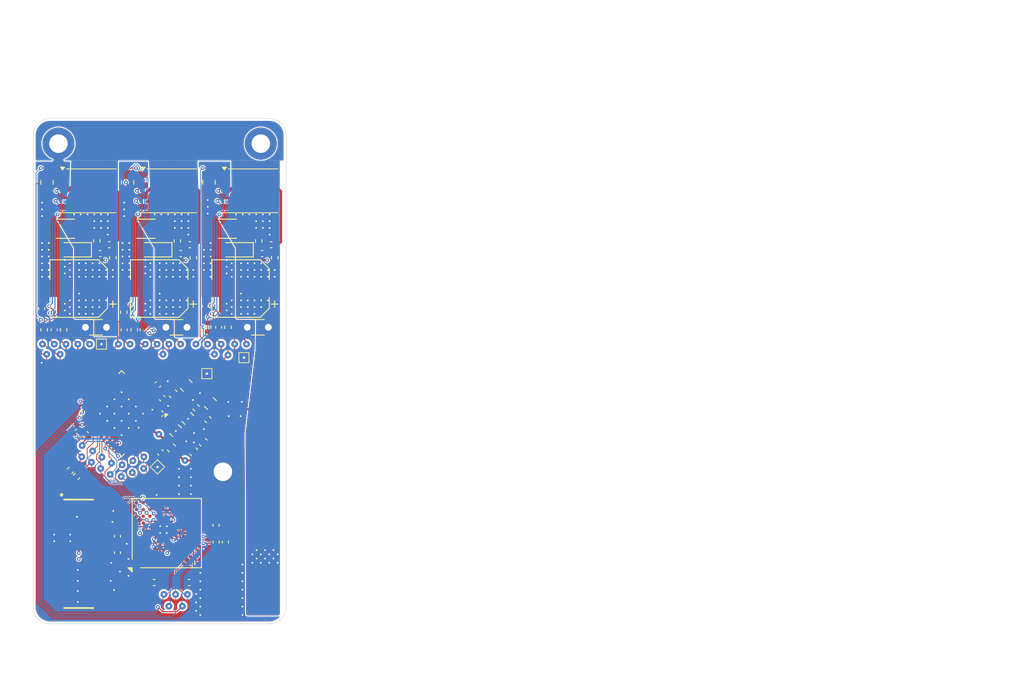
<source format=kicad_pcb>
(kicad_pcb (version 20241229) (generator "pcbnew") (generator_version "9.0")
  (layers (0 "F.Cu" signal) (4 "In1.Cu" signal) (6 "In2.Cu" signal) (2 "B.Cu" signal) (13 "F.Paste" user) (15 "B.Paste" user) (5 "F.SilkS" user "F.Silkscreen") (7 "B.SilkS" user "B.Silkscreen") (1 "F.Mask" user) (3 "B.Mask" user) (25 "Edge.Cuts" user))
  (net 0 "")
  (net 1 "GND")
  (net 2 "VBUS")
  (net 3 "/Phase A/G1")
  (net 4 "Net-(C6-Pad1)")
  (net 5 "/Phase A/G2")
  (net 6 "Net-(C12-Pad1)")
  (net 7 "/Phase B/G1")
  (net 8 "/Phase B/G2")
  (net 9 "Net-(C18-Pad1)")
  (net 10 "/Phase C/G1")
  (net 11 "/Phase C/G2")
  (net 12 "Net-(Q1-S2)")
  (net 13 "Net-(Q2-S2)")
  (net 14 "Net-(Q3-S2)")
  (net 15 "Net-(U1D-GHA)")
  (net 16 "Net-(U1D-GLA)")
  (net 17 "Net-(U1D-SNA)")
  (net 18 "Net-(U1D-SPA)")
  (net 21 "Net-(U1E-GHB)")
  (net 22 "Net-(U1E-GLB)")
  (net 23 "Net-(U1F-GHC)")
  (net 24 "Net-(U1F-GLC)")
  (net 25 "Net-(U1E-SPB)")
  (net 26 "Net-(U1E-SNB)")
  (net 27 "Net-(U1F-SPC)")
  (net 28 "Net-(U1F-SNC)")
  (net 29 "/A_SW")
  (net 30 "/B_SW")
  (net 31 "/C_SW")
  (net 32 "Net-(U1C-CPL)")
  (net 33 "Net-(U1C-CPH)")
  (net 34 "Net-(U1C-VCP)")
  (net 35 "VDD")
  (net 36 "VCC")
  (net 37 "Net-(U1B-SW)")
  (net 38 "Net-(U1B-CB)")
  (net 39 "/nFAULT")
  (net 40 "/SDO")
  (net 41 "Net-(U1B-FB)")
  (net 42 "/A_I")
  (net 43 "/A_H")
  (net 44 "/C_I")
  (net 45 "/SDI")
  (net 46 "/A_L")
  (net 47 "/C_L")
  (net 48 "/SCLK")
  (net 49 "/C_H")
  (net 50 "/B_I")
  (net 51 "/CAL")
  (net 52 "/B_L")
  (net 53 "/B_H")
  (net 54 "/EN")
  (net 59 "VSSA")
  (net 60 "VCCA")
  (net 61 "/SPI_NSS")
  (net 112 "Net-(C5-Pad1)")
  (net 117 "Net-(C11-Pad1)")
  (net 119 "Net-(C17-Pad1)")
  (net 123 "/SWDIO")
  (net 124 "/TRACE3")
  (net 125 "/TRACE1")
  (net 126 "/TRACECLK")
  (net 127 "/TRACE0")
  (net 128 "/SWCLK")
  (net 129 "/TRACE2")
  (net 130 "/SWO")
  (net 131 "/nRST")
  (footprint "Capacitor_SMD:C_0603_1608Metric" (layer "F.Cu") (at 45.601905 64.684395 -45)
    (property "Reference" "C25" (hide yes))
    (property "Value" "1u 50V")
  )
  (footprint "Diode_SMD:D_SOD-323_HandSoldering" (layer "F.Cu") (at 53.1 47.600001 180)
    (property "Reference" "D1" (hide yes))
    (property "Value" "36 V")
  )
  (footprint "Capacitor_SMD:C_1808_4520Metric" (layer "F.Cu") (at 42.374999 45.100001 180)
    (property "Reference" "C8" (hide yes))
    (property "Value" "?")
  )
  (footprint "project:test point d1.5" (layer "F.Cu") (at 34.760201 72.167073)
    (property "Reference" "TP19" (hide yes))
    (property "Value" "test point" (hide yes))
  )
  (footprint "Resistor_SMD:R_0402_1005Metric" (layer "F.Cu") (at 38.45 48.55 -90)
    (property "Reference" "R12" (hide yes))
    (property "Value" "R_Small_US")
  )
  (footprint "project:test point d1.5" (layer "F.Cu") (at 36.055967 71.472621 -45)
    (property "Reference" "TP11" (hide yes))
    (property "Value" "test point" (hide yes))
  )
  (footprint "Resistor_SMD:R_0402_1005Metric" (layer "F.Cu") (at 32.6 57.1 90)
    (property "Reference" "R9" (hide yes))
    (property "Value" "5")
  )
  (footprint "project:test point d1.5" (layer "F.Cu") (at 48.3 58.8)
    (property "Reference" "TP38" (hide yes))
    (property "Value" "test point" (hide yes))
  )
  (footprint "Resistor_SMD:R_0402_1005Metric" (layer "F.Cu") (at 49.738484 67.760309 135)
    (property "Reference" "R15" (hide yes))
    (property "Value" "330k")
  )
  (footprint "project:test point d1.5" (layer "F.Cu") (at 40.5 58.8)
    (property "Reference" "TP36" (hide yes))
    (property "Value" "test point" (hide yes))
  )
  (footprint "Package_BGA:TFBGA-100_8x8mm_Layout10x10_P0.8mm" (layer "F.Cu") (at 44.852402 81.230155 90)
    (property "Reference" "U3" (hide yes))
    (property "Value" "STM32G474VEHx")
  )
  (footprint "Capacitor_SMD:C_0402_1005Metric" (layer "F.Cu") (at 50.7 80.3 -90)
    (property "Reference" "C34" (hide yes))
    (property "Value" "1u 6v3")
  )
  (footprint "project:test point d1.5" (layer "F.Cu") (at 45.9 88.5 -160)
    (property "Reference" "TP8" (hide yes))
    (property "Value" "test point" (hide yes))
  )
  (footprint "external:SAMTEC_FTSH-110-01-F-DV-007" (layer "F.Cu") (at 34.4 83.6875 -90)
    (property "Reference" "J1" (hide yes))
    (property "Value" "etm")
  )
  (footprint "Capacitor_SMD:C_0402_1005Metric" (layer "F.Cu") (at 36.95 48.05 180)
    (property "Reference" "C18" (hide yes))
    (property "Value" "C_Small")
  )
  (footprint "project:test point d1.5" (layer "F.Cu") (at 32.9 58.8)
    (property "Reference" "TP31" (hide yes))
    (property "Value" "test point" (hide yes))
  )
  (footprint "Capacitor_SMD:C_0402_1005Metric" (layer "F.Cu") (at 46.5 48.050001 180)
    (property "Reference" "C12" (hide yes))
    (property "Value" "C_Small")
  )
  (footprint "Capacitor_SMD:C_0402_1005Metric" (layer "F.Cu") (at 44.293759 65.214734 -45)
    (property "Reference" "C24" (hide yes))
    (property "Value" "47n 50V")
  )
  (footprint "project:test point d1.5" (layer "F.Cu") (at 35.914537 72.816119 -45)
    (property "Reference" "TP10" (hide yes))
    (property "Value" "test point" (hide yes))
  )
  (footprint "Capacitor_SMD:C_0805_2012Metric" (layer "F.Cu") (at 47.334314 67.618893 -45)
    (property "Reference" "C28" (hide yes))
    (property "Value" "10u 50V")
  )
  (footprint "Diode_SMD:D_SOD-323_HandSoldering" (layer "F.Cu") (at 43.45 47.600001 180)
    (property "Reference" "D2" (hide yes))
    (property "Value" "36 V")
  )
  (footprint "project:test point d1.5" (layer "F.Cu") (at 42.101721 73.558596 -45)
    (property "Reference" "TP3" (hide yes))
    (property "Value" "test point" (hide yes))
  )
  (footprint "Resistor_SMD:R_0402_1005Metric" (layer "F.Cu") (at 57.65 48.550001 -90)
    (property "Reference" "R4" (hide yes))
    (property "Value" "R_Small_US")
  )
  (footprint "Resistor_SMD:R_0402_1005Metric" (layer "F.Cu") (at 39.75 55.01 90)
    (property "Reference" "R5" (hide yes))
    (property "Value" "5")
  )
  (footprint "project:test point d1.5" (layer "F.Cu") (at 46.5 58.8)
    (property "Reference" "TP39" (hide yes))
    (property "Value" "test point" (hide yes))
  )
  (footprint "Capacitor_SMD:C_0402_1005Metric" (layer "F.Cu") (at 42.05 57.100001 90)
    (property "Reference" "C10" (hide yes))
    (property "Value" "C_Small")
  )
  (footprint "Resistor_SMD:R_0402_1005Metric" (layer "F.Cu") (at 33.417224 73.797928 -135)
    (property "Reference" "R13" (hide yes))
    (property "Value" "10k")
  )
  (footprint "project:test point d1.5" (layer "F.Cu") (at 38.141929 74.265693 -45)
    (property "Reference" "TP15" (hide yes))
    (property "Value" "test point" (hide yes))
  )
  (footprint "project:test point d1.5" (layer "F.Cu") (at 35.7 58.8)
    (property "Reference" "TP37" (hide yes))
    (property "Value" "test point" (hide yes))
  )
  (footprint "Resistor_SMD:R_0402_1005Metric" (layer "F.Cu") (at 48 48.550001 -90)
    (property "Reference" "R8" (hide yes))
    (property "Value" "R_Small_US")
  )
  (footprint "project:ground test point d1.5" (layer "F.Cu") (at 49.6 62.3)
    (property "Reference" "TP42" (hide yes))
    (property "Value" "test point" (hide yes))
  )
  (footprint "Capacitor_SMD:C_0805_2012Metric" (layer "F.Cu") (at 47.157543 63.69445 -45)
    (property "Reference" "C33" (hide yes))
    (property "Value" "10u 50V")
  )
  (footprint "Resistor_SMD:R_0402_1005Metric" (layer "F.Cu") (at 34.141027 74.509299 -135)
    (property "Reference" "R14" (hide yes))
    (property "Value" "10k")
  )
  (footprint "Capacitor_THT:C_Disc_D3.0mm_W1.6mm_P2.50mm" (layer "F.Cu") (at 37.7 56.8 180)
    (property "Reference" "C21" (hide yes))
    (property "Value" "?")
  )
  (footprint "Capacitor_SMD:C_0402_1005Metric" (layer "F.Cu") (at 44.081624 71.649406 -45)
    (property "Reference" "C30" (hide yes))
    (property "Value" "0.1u 50V")
  )
  (footprint "project:test point d1.5" (layer "F.Cu") (at 40.828928 72.63935 -45)
    (property "Reference" "TP5" (hide yes))
    (property "Value" "test point" (hide yes))
  )
  (footprint "project:ground test point d1.5" (layer "F.Cu") (at 37.1 58.8)
    (property "Reference" "TP41" (hide yes))
    (property "Value" "test point" (hide yes))
  )
  (footprint "project:ground test point d1.5" (layer "F.Cu") (at 54 60.4)
    (property "Reference" "TP44" (hide yes))
    (property "Value" "test point" (hide yes))
  )
  (footprint "MountingHole:MountingHole_2.2mm_M2_DIN965_Pad" (layer "F.Cu") (at 32 35)
    (property "Reference" "H1" (hide yes))
    (property "Value" "MountingHole_Pad")
  )
  (footprint "project:test point d1.5" (layer "F.Cu") (at 38.283355 72.922192 -45)
    (property "Reference" "TP14" (hide yes))
    (property "Value" "test point" (hide yes))
  )
  (footprint "project:test point d1.5" (layer "F.Cu") (at 39.556137 73.134323 -45)
    (property "Reference" "TP4" (hide yes))
    (property "Value" "test point" (hide yes))
  )
  (footprint "project:test point d1.5" (layer "F.Cu") (at 32.2 60)
    (property "Reference" "TP28" (hide yes))
    (property "Value" "test point" (hide yes))
  )
  (footprint "Capacitor_SMD:C_0402_1005Metric" (layer "F.Cu") (at 43.798777 63.588386 45)
    (property "Reference" "C23" (hide yes))
    (property "Value" "0.1u 50V")
  )
  (footprint "project:BUK7V4R2-40HX" (layer "F.Cu") (at 51.75 40.600001 -90)
    (property "Reference" "Q1" (hide yes))
    (property "Value" "~")
  )
  (footprint "Capacitor_SMD:C_0402_1005Metric" (layer "F.Cu") (at 47.58 47.000001)
    (property "Reference" "C11" (hide yes))
    (property "Value" "C_Small")
  )
  (footprint "project:test point d1.5" (layer "F.Cu") (at 43.904845 69.49272 -45)
    (property "Reference" "TP16" (hide yes))
    (property "Value" "test point" (hide yes))
  )
  (footprint "project:test point d1.5" (layer "F.Cu") (at 47.3 88.5 -160)
    (property "Reference" "TP9" (hide yes))
    (property "Value" "test point" (hide yes))
  )
  (footprint "Inductor_SMD:L_0603_1608Metric" (layer "F.Cu") (at 45.389779 71.119072 -45)
    (property "Reference" "L1" (hide yes))
    (property "Value" "22u")
  )
  (footprint "Capacitor_THT:C_Disc_D3.0mm_W1.6mm_P2.50mm" (layer "F.Cu") (at 47.25 56.8 180)
    (property "Reference" "C20" (hide yes))
    (property "Value" "?")
  )
  (footprint "project:test point d1.5" (layer "F.Cu") (at 50.5 60)
    (property "Reference" "TP23" (hide yes))
    (property "Value" "test point" (hide yes))
  )
  (footprint "Capacitor_SMD:C_0603_1608Metric" (layer "F.Cu") (at 48.041429 71.578689 135)
    (property "Reference" "C32" (hide yes))
    (property "Value" "22u 10V")
  )
  (footprint "Capacitor_THT:C_Disc_D3.0mm_W1.6mm_P2.50mm" (layer "F.Cu") (at 56.9 56.8 180)
    (property "Reference" "C19" (hide yes))
    (property "Value" "?")
  )
  (footprint "Capacitor_SMD:C_0402_1005Metric" (layer "F.Cu") (at 47.5 87.1 180)
    (property "Reference" "C37" (hide yes))
    (property "Value" "1u 6v3")
  )
  (footprint "project:test point d1.5" (layer "F.Cu") (at 45.1 89.9 65)
    (property "Reference" "TP45" (hide yes))
    (property "Value" "test point" (hide yes))
  )
  (footprint "project:test point d1.5" (layer "F.Cu") (at 51.3 58.8)
    (property "Reference" "TP26" (hide yes))
    (property "Value" "test point" (hide yes))
  )
  (footprint "project:test point d1.5" (layer "F.Cu") (at 49.7 58.8)
    (property "Reference" "TP20" (hide yes))
    (property "Value" "test point" (hide yes))
  )
  (footprint "Capacitor_SMD:C_0402_1005Metric" (layer "F.Cu") (at 57.23 47.000001)
    (property "Reference" "C5" (hide yes))
    (property "Value" "C_Small")
  )
  (footprint "project:test point d1.5" (layer "F.Cu") (at 47.016119 72.603994 -45)
    (property "Reference" "TP17" (hide yes))
    (property "Value" "test point" (hide yes))
  )
  (footprint "Capacitor_SMD:CP_Elec_6.3x7.7" (layer "F.Cu") (at 34.4 52.2 180)
    (property "Reference" "C13" (hide yes))
    (property "Value" "220u 35V")
  )
  (footprint "Capacitor_SMD:C_0603_1608Metric" (layer "F.Cu") (at 49.172792 70.447324 135)
    (property "Reference" "C31" (hide yes))
    (property "Value" "22u 10V")
  )
  (footprint "Resistor_SMD:R_0402_1005Metric" (layer "F.Cu") (at 49.7 56.8 90)
    (property "Reference" "R2" (hide yes))
    (property "Value" "5")
  )
  (footprint "project:test point d1.5" (layer "F.Cu") (at 37.010564 73.558588 -45)
    (property "Reference" "TP12" (hide yes))
    (property "Value" "test point" (hide yes))
  )
  (footprint "project:BUK7V4R2-40HX" (layer "F.Cu") (at 42.1 40.600001 -90)
    (property "Reference" "Q2" (hide yes))
    (property "Value" "~")
  )
  (footprint "Resistor_SMD:R_0402_1005Metric" (layer "F.Cu") (at 30.3 57.099999 90)
    (property "Reference" "R10" (hide yes))
    (property "Value" "5")
  )
  (footprint "Resistor_SMD:R_0402_1005Metric" (layer "F.Cu") (at 46.1 46.550001 90)
    (property "Reference" "R7" (hide yes))
    (property "Value" "R_Small_US")
  )
  (footprint "Diode_SMD:D_SOD-323_HandSoldering" (layer "F.Cu") (at 33.9 47.6 180)
    (property "Reference" "D3" (hide yes))
    (property "Value" "36 V")
  )
  (footprint "Resistor_SMD:R_0402_1005Metric" (layer "F.Cu") (at 41 57.100001 90)
    (property "Reference" "R6" (hide yes))
    (property "Value" "5")
  )
  (footprint "project:test point d1.5" (layer "F.Cu") (at 45.1 58.8)
    (property "Reference" "TP21" (hide yes))
    (property "Value" "test point" (hide yes))
  )
  (footprint "project:test point d1.5" (layer "F.Cu") (at 34.3 58.8)
    (property "Reference" "TP34" (hide yes))
    (property "Value" "test point" (hide yes))
  )
  (footprint "Capacitor_SMD:CP_Elec_6.3x7.7" (layer "F.Cu") (at 53.6 52.200001 180)
    (property "Reference" "C1" (hide yes))
    (property "Value" "220u 35V")
  )
  (footprint "project:test point d1.5" (layer "F.Cu") (at 46.7 89.9 65)
    (property "Reference" "TP46" (hide yes))
    (property "Value" "test point" (hide yes))
  )
  (footprint "project:R_0805_SHUNT" (layer "F.Cu") (at 40.2 39.600001 90)
    (property "Reference" "R17" (hide yes))
    (property "Value" "1m")
  )
  (footprint "project:test point d1.5" (layer "F.Cu") (at 52.1 60.1)
    (property "Reference" "TP29" (hide yes))
    (property "Value" "test point" (hide yes))
  )
  (footprint "Capacitor_SMD:C_0402_1005Metric" (layer "F.Cu") (at 39 83.55 -90)
    (property "Reference" "C44" (hide yes))
    (property "Value" "0.1u 50V")
  )
  (footprint "project:test point d1.5" (layer "F.Cu") (at 37.151979 72.215082 -45)
    (property "Reference" "TP13" (hide yes))
    (property "Value" "test point" (hide yes))
  )
  (footprint "Capacitor_SMD:C_0805_2012Metric" (layer "F.Cu") (at 50.021315 65.851128 135)
    (property "Reference" "C22" (hide yes))
    (property "Value" "10u 50V")
  )
  (footprint "project:test point d1.5" (layer "F.Cu") (at 44.4 60)
    (property "Reference" "TP24" (hide yes))
    (property "Value" "test point" (hide yes))
  )
  (footprint "Capacitor_SMD:C_0402_1005Metric" (layer "F.Cu") (at 39.8 57.1 -90)
    (property "Reference" "C9" (hide yes))
    (property "Value" "C_Small")
  )
  (footprint "MountingHole:MountingHole_2.2mm_M2_DIN965_Pad" (layer "F.Cu") (at 56 35)
    (property "Reference" "H2" (hide yes))
    (property "Value" "MountingHole_Pad")
  )
  (footprint "project:test point d1.5" (layer "F.Cu") (at 31.5 58.8)
    (property "Reference" "TP40" (hide yes))
    (property "Value" "test point" (hide yes))
  )
  (footprint "Capacitor_SMD:C_0805_2012Metric" (layer "F.Cu") (at 45.884744 69.068466 -45)
    (property "Reference" "C29" (hide yes))
    (property "Value" "10u 50V")
  )
  (footprint "project:test point d1.5" (layer "F.Cu") (at 44.5 88.5 -160)
    (property "Reference" "TP7" (hide yes))
    (property "Value" "test point" (hide yes))
  )
  (footprint "Capacitor_SMD:C_0402_1005Metric" (layer "F.Cu") (at 35.207436 69.492727 135)
    (property "Reference" "C26" (hide yes))
    (property "Value" "1u 6v3")
  )
  (footprint "Capacitor_SMD:C_0402_1005Metric" (layer "F.Cu") (at 50.7 82.3 -90)
    (property "Reference" "C38" (hide yes))
    (property "Value" "1u 6v3")
  )
  (footprint "Capacitor_SMD:C_0402_1005Metric" (layer "F.Cu") (at 39 81.6 -90)
    (property "Reference" "C36" (hide yes))
    (property "Value" "1u 6v3")
  )
  (footprint "Capacitor_SMD:C_0402_1005Metric" (layer "F.Cu") (at 51 56.8 -90)
    (property "Reference" "C3" (hide yes))
    (property "Value" "C_Small")
  )
  (footprint "Capacitor_SMD:C_0402_1005Metric" (layer "F.Cu") (at 38.03 47)
    (property "Reference" "C17" (hide yes))
    (property "Value" "C_Small")
  )
  (footprint "project:R_0805_SHUNT" (layer "F.Cu") (at 30.65 39.6 90)
    (property "Reference" "R18" (hide yes))
    (property "Value" "1m")
  )
  (footprint "project:R_0805_SHUNT" (layer "F.Cu") (at 49.85 39.600001 90)
    (property "Reference" "R16" (hide yes))
    (property "Value" "1m")
  )
  (footprint "project:test point d1.5" (layer "F.Cu") (at 40.75822 74.05356 -45)
    (property "Reference" "TP2" (hide yes))
    (property "Value" "test point" (hide yes))
  )
  (footprint "project:test point d1.5" (layer "F.Cu") (at 52.9 58.8)
    (property "Reference" "TP32" (hide yes))
    (property "Value" "test point" (hide yes))
  )
  (footprint "project:test point d1.5" (layer "F.Cu") (at 42.3 58.8)
    (property "Reference" "TP30" (hide yes))
    (property "Value" "test point" (hide yes))
  )
  (footprint "Resistor_SMD:R_0402_1005Metric" (layer "F.Cu") (at 48.324268 66.346103 135)
    (property "Reference" "R19" (hide yes))
    (property "Value" "100k")
  )
  (footprint "project:BUK7V4R2-40HX" (layer "F.Cu") (at 32.55 40.6 -90)
    (property "Reference" "Q3" (hide yes))
    (property "Value" "~")
  )
  (footprint "project:test point d1.5" (layer "F.Cu") (at 54.3 58.8)
    (property "Reference" "TP35" (hide yes))
    (property "Value" "test point" (hide yes))
  )
  (footprint "Capacitor_SMD:C_0402_1005Metric" (layer "F.Cu") (at 49.4 54.3 90)
    (property "Reference" "C4" (hide yes))
    (property "Value" "C_Small")
  )
  (footprint "project:ground test point d1.5" (layer "F.Cu") (at 43.740989 73.373649 45)
    (property "Reference" "TP43" (hide yes))
    (property "Value" "test point" (hide yes))
  )
  (footprint "Capacitor_SMD:C_0402_1005Metric" (layer "F.Cu") (at 51.8 82.3 -90)
    (property "Reference" "C39" (hide yes))
    (property "Value" "1u 6v3")
  )
  (footprint "project:test point d1.5" (layer "F.Cu") (at 39.1 58.8)
    (property "Reference" "TP33" (hide yes))
    (property "Value" "test point" (hide yes))
  )
  (footprint "Capacitor_SMD:C_0402_1005Metric" (layer "F.Cu") (at 33.810212 68.717064 -135)
    (property "Reference" "C27" (hide yes))
    (property "Value" "0.1u 50V")
  )
  (footprint "Capacitor_SMD:C_0402_1005Metric" (layer "F.Cu") (at 56.15 48.050001 180)
    (property "Reference" "C6" (hide yes))
    (property "Value" "C_Small")
  )
  (footprint "project:test point d1.5" (layer "F.Cu") (at 42.137086 72.179736 -45)
    (property "Reference" "TP6" (hide yes))
    (property "Value" "test point" (hide yes))
  )
  (footprint "project:test point d1.5" (layer "F.Cu") (at 30.6 60)
    (property "Reference" "TP22" (hide yes))
    (property "Value" "test point" (hide yes))
  )
  (footprint "project:test point d1.5" (layer "F.Cu") (at 43.7 58.8)
    (property "Reference" "TP27" (hide yes))
    (property "Value" "test point" (hide yes))
  )
  (footprint "MountingHole:MountingHole_2.2mm_M2_DIN965_Pad" (layer "F.Cu") (at 51.5 73.95)
    (property "Reference" "H3" (hide yes))
    (property "Value" "MountingHole_Pad")
  )
  (footprint "Capacitor_SMD:C_0402_1005Metric" (layer "F.Cu") (at 43.35 87.1)
    (property "Reference" "C35" (hide yes))
    (property "Value" "1u 6v3")
  )
  (footprint "Package_DFN_QFN:VQFN-48-1EP_7x7mm_P0.5mm_EP4.1x4.1mm_ThermalVias" (layer "F.Cu") (at 39.485431 67.0532 -135)
    (property "Reference" "U1" (hide yes))
    (property "Value" "~")
  )
  (footprint "Resistor_SMD:R_0402_1005Metric" (layer "F.Cu") (at 36.55 46.55 90)
    (property "Reference" "R11" (hide yes))
    (property "Value" "R_Small_US")
  )
  (footprint "project:test point d1.5" (layer "F.Cu") (at 30.1 58.8)
    (property "Reference" "TP25" (hide yes))
    (property "Value" "test point" (hide yes))
  )
  (footprint "Capacitor_SMD:CP_Elec_6.3x7.7" (layer "F.Cu") (at 43.95 52.200001 180)
    (property "Reference" "C7" (hide yes))
    (property "Value" "220u 35V")
  )
  (footprint "Capacitor_SMD:C_0402_1005Metric" (layer "F.Cu") (at 31.5 57.1 -90)
    (property "Reference" "C15" (hide yes))
    (property "Value" "C_Small")
  )
  (footprint "project:test point d1.5" (layer "F.Cu") (at 39.450076 74.513184 -45)
    (property "Reference" "TP1" (hide yes))
    (property "Value" "test point" (hide yes))
  )
  (footprint "Capacitor_SMD:C_0402_1005Metric" (layer "F.Cu") (at 30 54.6 90)
    (property "Reference" "C16" (hide yes))
    (property "Value" "C_Small")
  )
  (footprint "Resistor_SMD:R_0402_1005Metric" (layer "F.Cu") (at 55.75 46.550001 90)
    (property "Reference" "R3" (hide yes))
    (property "Value" "R_Small_US")
  )
  (footprint "Capacitor_SMD:C_1808_4520Metric" (layer "F.Cu") (at 32.824999 45.1 180)
    (property "Reference" "C14" (hide yes))
    (property "Value" "?")
  )
  (footprint "Capacitor_SMD:C_1808_4520Metric" (layer "F.Cu") (at 52.024999 45.100001 180)
    (property "Reference" "C2" (hide yes))
    (property "Value" "?")
  )
  (footprint "project:test point d1.5" (layer "F.Cu") (at 34.8 70.836228 -45)
    (property "Reference" "TP18" (hide yes))
    (property "Value" "test point" (hide yes))
  )
  (footprint "Resistor_SMD:R_0402_1005Metric" (layer "F.Cu") (at 52.1 56.8 90)
    (property "Reference" "R1" (hide yes))
    (property "Value" "5")
  )
  (footprint "Capacitor_SMD:C_0402_1005Metric" (layer "B.Cu") (at 46.2 81.2 180)
    (property "Reference" "C41" (hide yes))
    (property "Value" "1u 6v3")
  )
  (footprint "Capacitor_SMD:C_0402_1005Metric" (layer "B.Cu") (at 44.8 79.1 -90)
    (property "Reference" "C43" (hide yes))
    (property "Value" "1u 6v3")
  )
  (footprint "Capacitor_SMD:C_0402_1005Metric" (layer "B.Cu") (at 44.1 82.5 90)
    (property "Reference" "C40" (hide yes))
    (property "Value" "1u 6v3")
  )
  (footprint "Capacitor_SMD:C_0402_1005Metric" (layer "B.Cu") (at 42.8 80.4)
    (property "Reference" "C42" (hide yes))
    (property "Value" "1u 6v3")
  )
  (gr_arc (start 59 90) (mid 58.414214 91.414214) (end 57 92) (stroke (width 0.05)) (layer "Edge.Cuts"))
  (gr_arc (start 31 92) (mid 29.585786 91.414214) (end 29 90) (stroke (width 0.05)) (layer "Edge.Cuts"))
  (gr_arc (start 29 34) (mid 29.585786 32.585786) (end 31 32) (stroke (width 0.05)) (layer "Edge.Cuts"))
  (gr_line (start 59 34) (end 59 90) (stroke (width 0.05)) (layer "Edge.Cuts"))
  (gr_line (start 31 32) (end 57 32) (stroke (width 0.05)) (layer "Edge.Cuts"))
  (gr_arc (start 57 32) (mid 58.414214 32.585786) (end 59 34) (stroke (width 0.05)) (layer "Edge.Cuts"))
  (gr_line (start 29 90) (end 29 34) (stroke (width 0.05)) (layer "Edge.Cuts"))
  (gr_line (start 57 92) (end 31 92) (stroke (width 0.05)) (layer "Edge.Cuts"))
  (segment (start 49.243503 69.280588) (end 49.2435 68.891685) (width 0.25) (layer "F.Cu") (net 1))
  (segment (start 46.556494 69.761285) (end 46.5565 69.740213) (width 0.25) (layer "F.Cu") (net 1))
  (segment (start 49.4 53.700001) (end 50.9 52.200001) (width 0.125) (layer "F.Cu") (net 1))
  (segment (start 37.27 48.85) (end 37.55 48.85) (width 0.25) (layer "F.Cu") (net 1))
  (segment (start 42.626545 81.27775) (end 42.404802 81.49949) (width 0.125) (layer "F.Cu") (net 1))
  (segment (start 47.546454 65.568284) (end 46.768629 65.568276) (width 0.2) (layer "F.Cu") (net 1))
  (segment (start 46.82 48.850001) (end 47.1 48.850001) (width 0.25) (layer "F.Cu") (net 1))
  (segment (start 50.7 80.78) (end 50.32 80.78) (width 0.125) (layer "F.Cu") (net 1))
  (segment (start 43.204805 81.277757) (end 42.626545 81.27775) (width 0.125) (layer "F.Cu") (net 1))
  (segment (start 44.240868 65.904164) (end 44.467694 66.130987) (width 0.25) (layer "F.Cu") (net 1))
  (segment (start 42.092891 69.307107) (end 41.500681 68.714906) (width 0.25) (layer "F.Cu") (net 1))
  (segment (start 42.404802 81.49949) (end 42.404798 81.871323) (width 0.125) (layer "F.Cu") (net 1))
  (segment (start 43.135309 66.585309) (end 43.135312 66.585309) (width 0.25) (layer "F.Cu") (net 1))
  (segment (start 46.30901 66.0279) (end 45.103955 66.0279) (width 0.2) (layer "F.Cu") (net 1))
  (segment (start 46.5565 69.740213) (end 47.157543 70.341258) (width 0.25) (layer "F.Cu") (net 1))
  (segment (start 46.5565 69.740213) (end 48.006065 68.29065) (width 0.25) (layer "F.Cu") (net 1))
  (segment (start 44.0048 84.38255) (end 43.652401 84.030151) (width 0.125) (layer "F.Cu") (net 1))
  (segment (start 45.172823 71.936918) (end 45.172827 71.144954) (width 0.25) (layer "F.Cu") (net 1))
  (segment (start 43.020969 71.437271) (end 44.149353 72.565663) (width 0.25) (layer "F.Cu") (net 1))
  (segment (start 48.059104 70.464991) (end 48.624782 69.899307) (width 0.25) (layer "F.Cu") (net 1))
  (segment (start 44.0048 86.9252) (end 44.0048 84.5) (width 0.125) (layer "F.Cu") (net 1))
  (segment (start 48.783887 64.613681) (end 49.349567 65.17937) (width 0.25) (layer "F.Cu") (net 1))
  (segment (start 46.966877 82.846262) (end 47.204796 83.084182) (width 0.125) (layer "F.Cu") (net 1))
  (segment (start 30 53.9) (end 31.7 52.2) (width 0.125) (layer "F.Cu") (net 1))
  (segment (start 48.624782 69.899307) (end 49.243503 69.280588) (width 0.25) (layer "F.Cu") (net 1))
  (segment (start 47.49342 70.677131) (end 47.493417 71.03068) (width 0.25) (layer "F.Cu") (net 1))
  (segment (start 47.493417 71.03068) (end 48.059104 70.464991) (width 0.25) (layer "F.Cu") (net 1))
  (segment (start 30 54.12) (end 30 53.9) (width 0.125) (layer "F.Cu") (net 1))
  (segment (start 56.47 48.850001) (end 56.75 48.850001) (width 0.25) (layer "F.Cu") (net 1))
  (segment (start 44.063236 80.419319) (end 44.063236 80.406737) (width 0.25) (layer "F.Cu") (net 1))
  (segment (start 44.804799 82.480917) (end 45.170141 82.846263) (width 0.125) (layer "F.Cu") (net 1))
  (segment (start 46.768629 65.568276) (end 46.30901 66.0279) (width 0.2) (layer "F.Cu") (net 1))
  (segment (start 44.149353 72.565663) (end 44.544075 72.565661) (width 0.25) (layer "F.Cu") (net 1))
  (segment (start 43.135312 66.585309) (end 43.507107 66.213514) (width 0.25) (layer "F.Cu") (net 1))
  (segment (start 48.006069 69.280595) (end 48.006065 68.29065) (width 0.25) (layer "F.Cu") (net 1))
  (segment (start 44.0048 84.5) (end 44.0048 82.077757) (width 0.125) (layer "F.Cu") (net 1))
  (segment (start 40.2 40.512501) (end 40.1375 40.512501) (width 0.125) (layer "F.Cu") (net 1))
  (segment (start 50.32 80.78) (end 49.917447 81.182553) (width 0.125) (layer "F.Cu") (net 1))
  (segment (start 43.020969 70.235184) (end 43.020969 71.437271) (width 0.25) (layer "F.Cu") (net 1))
  (segment (start 47.963646 65.985479) (end 47.935359 65.95719) (width 0.125) (layer "F.Cu") (net 1))
  (segment (start 47.829294 64.3662) (end 48.53639 64.366205) (width 0.25) (layer "F.Cu") (net 1))
  (segment (start 45.170141 82.846263) (end 46.966877 82.846262) (width 0.125) (layer "F.Cu") (net 1))
  (segment (start 44.916008 63.248981) (end 44.138194 63.248966) (width 0.25) (layer "F.Cu") (net 1))
  (segment (start 45.103955 66.0279) (end 45.000865 66.130988) (width 0.2) (layer "F.Cu") (net 1))
  (segment (start 34.910453 69.153311) (end 35.817319 68.246453) (width 0.25) (layer "F.Cu") (net 1))
  (segment (start 47.157543 70.341258) (end 47.49342 70.677131) (width 0.25) (layer "F.Cu") (net 1))
  (segment (start 49.917447 81.182553) (end 45.604798 81.182553) (width 0.125) (layer "F.Cu") (net 1))
  (segment (start 48.53639 64.366205) (end 48.783887 64.613681) (width 0.25) (layer "F.Cu") (net 1))
  (segment (start 44.965513 63.199478) (end 44.916008 63.248981) (width 0.25) (layer "F.Cu") (net 1))
  (segment (start 44.467694 66.130987) (end 45.000865 66.130988) (width 0.25) (layer "F.Cu") (net 1))
  (segment (start 43.507107 66.213514) (end 43.816459 65.90416) (width 0.25) (layer "F.Cu") (net 1))
  (segment (start 43.816459 65.90416) (end 44.240868 65.904164) (width 0.25) (layer "F.Cu") (net 1))
  (segment (start 49.4 53.82) (end 49.4 53.700001) (width 0.125) (layer "F.Cu") (net 1))
  (segment (start 44.0048 82.077757) (end 44.452402 81.630155) (width 0.125) (layer "F.Cu") (net 1))
  (segment (start 44.4524 81.630148) (end 44.804795 81.982555) (width 0.125) (layer "F.Cu") (net 1))
  (segment (start 55.67 48.050001) (end 56.47 48.850001) (width 0.25) (layer "F.Cu") (net 1))
  (segment (start 47.204796 83.084182) (end 47.204794 86.915206) (width 0.125) (layer "F.Cu") (net 1))
  (segment (start 34.868018 69.153307) (end 34.910453 69.153311) (width 0.0889) (layer "F.Cu") (net 1))
  (segment (start 30.65 40.5125) (end 30.5875 40.5125) (width 0.125) (layer "F.Cu") (net 1))
  (segment (start 44.804795 81.982555) (end 44.804805 82.280575) (width 0.125) (layer "F.Cu") (net 1))
  (segment (start 41.500681 68.714906) (end 39.838992 67.053211) (width 0.25) (layer "F.Cu") (net 1))
  (segment (start 48.624782 69.899307) (end 48.076781 69.351298) (width 0.25) (layer "F.Cu") (net 1))
  (segment (start 36.47 48.05) (end 37.27 48.85) (width 0.25) (layer "F.Cu") (net 1))
  (segment (start 42.404798 81.871323) (end 42.27839 81.997735) (width 0.125) (layer "F.Cu") (net 1))
  (segment (start 45.604798 81.182553) (end 45.252394 80.830146) (width 0.125) (layer "F.Cu") (net 1))
  (segment (start 44.0048 84.5) (end 44.0048 84.38255) (width 0.125) (layer "F.Cu") (net 1))
  (segment (start 48.076781 69.351298) (end 48.006069 69.280595) (width 0.25) (layer "F.Cu") (net 1))
  (segment (start 48.54347 65.985469) (end 47.963646 65.985479) (width 0.25) (layer "F.Cu") (net 1))
  (segment (start 38.265 84.765) (end 39 84.03) (width 0.125) (layer "F.Cu") (net 1))
  (segment (start 44.544075 72.565661) (end 45.172823 71.936918) (width 0.25) (layer "F.Cu") (net 1))
  (segment (start 45.172827 71.144954) (end 46.556494 69.761285) (width 0.25) (layer "F.Cu") (net 1))
  (segment (start 43.652394 80.830155) (end 43.204805 81.277757) (width 0.125) (layer "F.Cu") (net 1))
  (segment (start 47.96365 64.50055) (end 47.963635 65.42686) (width 0.25) (layer "F.Cu") (net 1))
  (segment (start 46.02 48.050001) (end 46.82 48.850001) (width 0.25) (layer "F.Cu") (net 1))
  (segment (start 47.963646 65.985479) (end 47.546454 65.568284) (width 0.2) (layer "F.Cu") (net 1))
  (segment (start 42.092891 69.307107) (end 43.020969 70.235184) (width 0.25) (layer "F.Cu") (net 1))
  (segment (start 43.83 87.1) (end 44.0048 86.9252) (width 0.125) (layer "F.Cu") (net 1))
  (segment (start 47.204794 86.915206) (end 47.02 87.1) (width 0.125) (layer "F.Cu") (net 1))
  (segment (start 48.006065 68.29065) (end 48.642465 68.290649) (width 0.25) (layer "F.Cu") (net 1))
  (segment (start 47.963635 65.42686) (end 47.963646 65.985479) (width 0.25) (layer "F.Cu") (net 1))
  (segment (start 42.27839 81.997735) (end 38.936707 81.997738) (width 0.125) (layer "F.Cu") (net 1))
  (segment (start 47.829294 64.3662) (end 47.96365 64.50055) (width 0.25) (layer "F.Cu") (net 1))
  (segment (start 49.349567 65.17937) (end 48.54347 65.985469) (width 0.25) (layer "F.Cu") (net 1))
  (segment (start 46.5565 69.740213) (end 45.920096 69.103813) (width 0.25) (layer "F.Cu") (net 1))
  (segment (start 44.804805 82.280575) (end 44.804799 82.480917) (width 0.125) (layer "F.Cu") (net 1))
  (segment (start 48.642465 68.290649) (end 49.2435 68.891685) (width 0.25) (layer "F.Cu") (net 1))
  (segment (start 48.006065 68.29065) (end 47.369678 67.65425) (width 0.25) (layer "F.Cu") (net 1))
  (via (at 30 61) (size 0.45) (drill 0.2) (layers "F.Cu" "B.Cu") (net 1))
  (via (at 48.783887 64.613681) (size 0.45) (drill 0.2) (layers "F.Cu" "B.Cu") (net 1))
  (via (at 39.3 85.8) (size 0.45) (drill 0.2) (layers "F.Cu" "B.Cu") (net 1))
  (via (at 47.7 75.6) (size 0.45) (drill 0.2) (layers "F.Cu" "B.Cu") (net 1))
  (via (at 48.825 88.95) (size 0.45) (drill 0.2) (layers "F.Cu" "B.Cu") (net 1))
  (via (at 42.9 50) (size 0.45) (drill 0.2) (layers "F.Cu" "B.Cu") (net 1))
  (via (at 53.825 84.95) (size 0.45) (drill 0.2) (layers "F.Cu" "B.Cu") (net 1))
  (via (at 32.75 49.599999) (size 0.45) (drill 0.2) (layers "F.Cu" "B.Cu") (net 1))
  (via (at 48.825 89.95) (size 0.45) (drill 0.2) (layers "F.Cu" "B.Cu") (net 1))
  (via (at 40.4 47.6) (size 0.45) (drill 0.2) (layers "F.Cu" "B.Cu") (net 1))
  (via (at 53.825 89.95) (size 0.45) (drill 0.2) (layers "F.Cu" "B.Cu") (net 1))
  (via (at 30.05 41.999999) (size 0.45) (drill 0.2) (layers "F.Cu" "B.Cu") (net 1))
  (via (at 47.7 73.6) (size 0.45) (drill 0.2) (layers "F.Cu" "B.Cu") (net 1))
  (via (at 53.825 85.95) (size 0.45) (drill 0.2) (layers "F.Cu" "B.Cu") (net 1))
  (via (at 40.4 48.4) (size 0.45) (drill 0.2) (layers "F.Cu" "B.Cu") (net 1))
  (via (at 42.9 55.2) (size 0.45) (drill 0.2) (layers "F.Cu" "B.Cu") (net 1))
  (via (at 34.3 88.1) (size 0.45) (drill 0.2) (layers "F.Cu" "B.Cu") (net 1))
  (via (at 30.85 47.599999) (size 0.45) (drill 0.2) (layers "F.Cu" "B.Cu") (net 1))
  (via (at 39.8 43.6) (size 0.45) (drill 0.2) (layers "F.Cu" "B.Cu") (net 1))
  (via (at 53.6 67.35) (size 0.45) (drill 0.2) (layers "F.Cu" "B.Cu") (net 1))
  (via (at 33.35 53.599999) (size 0.45) (drill 0.2) (layers "F.Cu" "B.Cu") (net 1))
  (via (at 47.1 48.850001) (size 0.45) (drill 0.2) (layers "F.Cu" "B.Cu") (net 1))
  (via (at 30.85 49.199999) (size 0.45) (drill 0.2) (layers "F.Cu" "B.Cu") (net 1))
  (via (at 31.5 82.2) (size 0.45) (drill 0.2) (layers "F.Cu" "B.Cu") (net 1))
  (via (at 39.8 42.8) (size 0.45) (drill 0.2) (layers "F.Cu" "B.Cu") (net 1))
  (via (at 49.7 41.7) (size 0.45) (drill 0.2) (layers "F.Cu" "B.Cu") (net 1))
  (via (at 30.05 47.599999) (size 0.45) (drill 0.2) (layers "F.Cu" "B.Cu") (net 1))
  (via (at 49.2435 68.891685) (size 0.45) (drill 0.2) (layers "F.Cu" "B.Cu") (net 1))
  (via (at 42.9 49.2) (size 0.45) (drill 0.2) (layers "F.Cu" "B.Cu") (net 1))
  (via (at 44.063237 81.219912) (size 0.45) (drill 0.2) (layers "F.Cu" "B.Cu") (net 1))
  (via (at 53.825 88.95) (size 0.45) (drill 0.2) (layers "F.Cu" "B.Cu") (net 1))
  (via (at 52.15 65.65) (size 0.45) (drill 0.2) (layers "F.Cu" "B.Cu") (net 1))
  (via (at 30.85 46.799999) (size 0.45) (drill 0.2) (layers "F.Cu" "B.Cu") (net 1))
  (via (at 38.265 84.765) (size 0.45) (drill 0.2) (layers "F.Cu" "B.Cu") (net 1))
  (via (at 47.7 74.6) (size 0.45) (drill 0.2) (layers "F.Cu" "B.Cu") (net 1))
  (via (at 51.95 54) (size 0.45) (drill 0.2) (layers "F.Cu" "B.Cu") (net 1))
  (via (at 48.059104 70.464991) (size 0.45) (drill 0.2) (layers "F.Cu" "B.Cu") (net 1))
  (via (at 56.75 48.850001) (size 0.45) (drill 0.2) (layers "F.Cu" "B.Cu") (net 1))
  (via (at 34.3 89.4) (size 0.45) (drill 0.2) (layers "F.Cu" "B.Cu") (net 1))
  (via (at 32.75 50.399999) (size 0.45) (drill 0.2) (layers "F.Cu" "B.Cu") (net 1))
  (via (at 33.4 82.2) (size 0.45) (drill 0.2) (layers "F.Cu" "B.Cu") (net 1))
  (via (at 42.9 54.4) (size 0.45) (drill 0.2) (layers "F.Cu" "B.Cu") (net 1))
  (via (at 50.05 49.2) (size 0.45) (drill 0.2) (layers "F.Cu" "B.Cu") (net 1))
  (via (at 32.75 53.999999) (size 0.45) (drill 0.2) (layers "F.Cu" "B.Cu") (net 1))
  (via (at 48.325 90.45) (size 0.45) (drill 0.2) (layers "F.Cu" "B.Cu") (net 1))
  (via (at 44.063236 80.406737) (size 0.45) (drill 0.2) (layers "F.Cu" "B.Cu") (net 1))
  (via (at 42.9 50.8) (size 0.45) (drill 0.2) (layers "F.Cu" "B.Cu") (net 1))
  (via (at 41.500681 68.714906) (size 0.45) (drill 0.2) (layers "F.Cu" "B.Cu") (net 1))
  (via (at 52.55 50) (size 0.45) (drill 0.2) (layers "F.Cu" "B.Cu") (net 1))
  (via (at 38.6 88) (size 0.45) (drill 0.2) (layers "F.Cu" "B.Cu") (net 1))
  (via (at 49.7 43.3) (size 0.45) (drill 0.2) (layers "F.Cu" "B.Cu") (net 1))
  (via (at 32.75 54.799999) (size 0.45) (drill 0.2) (layers "F.Cu" "B.Cu") (net 1))
  (via (at 50.05 47.6) (size 0.45) (drill 0.2) (layers "F.Cu" "B.Cu") (net 1))
  (via (at 43.135309 66.585309) (size 0.45) (drill 0.2) (layers "F.Cu" "B.Cu") (net 1))
  (via (at 49.25 47.6) (size 0.45) (drill 0.2) (layers "F.Cu" "B.Cu") (net 1))
  (via (at 44.965513 63.199478) (size 0.45) (drill 0.2) (layers "F.Cu" "B.Cu") (net 1))
  (via (at 52.55 53.6) (size 0.45) (drill 0.2) (layers "F.Cu" "B.Cu") (net 1))
  (via (at 39.6 49.2) (size 0.45) (drill 0.2) (layers "F.Cu" "B.Cu") (net 1))
  (via (at 42.3 48.8) (size 0.45) (drill 0.2) (layers "F.Cu" "B.Cu") (net 1))
  (via (at 49.2 83.1) (size 0.45) (drill 0.2) (layers "F.Cu" "B.Cu") (net 1))
  (via (at 31.5 81.4) (size 0.45) (drill 0.2) (layers "F.Cu" "B.Cu") (net 1))
  (via (at 51.95 50.4) (size 0.45) (drill 0.2) (layers "F.Cu" "B.Cu") (net 1))
  (via (at 53.825 86.95) (size 0.45) (drill 0.2) (layers "F.Cu" "B.Cu") (net 1))
  (via (at 49.25 50) (size 0.45) (drill 0.2) (layers "F.Cu" "B.Cu") (net 1))
  (via (at 52.55 54.4) (size 0.45) (drill 0.2) (layers "F.Cu" "B.Cu") (net 1))
  (via (at 52.55 50.8) (size 0.45) (drill 0.2) (layers "F.Cu" "B.Cu") (net 1))
  (via (at 40.4 49.2) (size 0.45) (drill 0.2) (layers "F.Cu" "B.Cu") (net 1))
  (via (at 51.95 49.6) (size 0.45) (drill 0.2) (layers "F.Cu" "B.Cu") (net 1))
  (via (at 50.05 46.8) (size 0.45) (drill 0.2) (layers "F.Cu" "B.Cu") (net 1))
  (via (at 39.6 48.4) (size 0.45) (drill 0.2) (layers "F.Cu" "B.Cu") (net 1))
  (via (at 48.825 87.95) (size 0.45) (drill 0.2) (layers "F.Cu" "B.Cu") (net 1))
  (via (at 49.25 49.2) (size 0.45) (drill 0.2) (layers "F.Cu" "B.Cu") (net 1))
  (via (at 30.05 43.599999) (size 0.45) (drill 0.2) (layers "F.Cu" "B.Cu") (net 1))
  (via (at 47.157543 70.341258) (size 0.45) (drill 0.2) (layers "F.Cu" "B.Cu") (net 1))
  (via (at 42.3 50.4) (size 0.45) (drill 0.2) (layers "F.Cu" "B.Cu") (net 1))
  (via (at 45.000865 66.130988) (size 0.45) (drill 0.2) (layers "F.Cu" "B.Cu") (net 1))
  (via (at 53.825 90.95) (size 0.45) (drill 0.2) (layers "F.Cu" "B.Cu") (net 1))
  (via (at 30.05 49.999999) (size 0.45) (drill 0.2) (layers "F.Cu" "B.Cu") (net 1))
  (via (at 38.5 78.6) (size 0.45) (drill 0.2) (layers "F.Cu" "B.Cu") (net 1))
  (via (at 33.35 49.999999) (size 0.45) (drill 0.2) (layers "F.Cu" "B.Cu") (net 1))
  (via (at 39.6 50) (size 0.45) (drill 0.2) (layers "F.Cu" "B.Cu") (net 1))
  (via (at 50.05 50) (size 0.45) (drill 0.2) (layers "F.Cu" "B.Cu") (net 1))
  (via (at 40.4 50) (size 0.45) (drill 0.2) (layers "F.Cu" "B.Cu") (net 1))
  (via (at 53.75 65.65) (size 0.45) (drill 0.2) (layers "F.Cu" "B.Cu") (net 1))
  (via (at 48.825 86.95) (size 0.45) (drill 0.2) (layers "F.Cu" "B.Cu") (net 1))
  (via (at 46.3 74.6) (size 0.45) (drill 0.2) (layers "F.Cu" "B.Cu") (net 1))
  (via (at 42.3 54) (size 0.45) (drill 0.2) (layers "F.Cu" "B.Cu") (net 1))
  (via (at 40.3 86.3) (size 0.45) (drill 0.2) (layers "F.Cu" "B.Cu") (net 1))
  (via (at 34.3 86.9) (size 0.45) (drill 0.2) (layers "F.Cu" "B.Cu") (net 1))
  (via (at 33.35 55.199999) (size 0.45) (drill 0.2) (layers "F.Cu" "B.Cu") (net 1))
  (via (at 52.55 55.2) (size 0.45) (drill 0.2) (layers "F.Cu" "B.Cu") (net 1))
  (via (at 42.3 49.6) (size 0.45) (drill 0.2) (layers "F.Cu" "B.Cu") (net 1))
  (via (at 40.3 84.3) (size 0.45) (drill 0.2) (layers "F.Cu" "B.Cu") (net 1))
  (via (at 48.325 88.45) (size 0.45) (drill 0.2) (layers "F.Cu" "B.Cu") (net 1))
  (via (at 40.4 50.8) (size 0.45) (drill 0.2) (layers "F.Cu" "B.Cu") (net 1))
  (via (at 30.05 48.399999) (size 0.45) (drill 0.2) (layers "F.Cu" "B.Cu") (net 1))
  (via (at 48.325 89.45) (size 0.45) (drill 0.2) (layers "F.Cu" "B.Cu") (net 1))
  (via (at 48.076781 69.351298) (size 0.45) (drill 0.2) (layers "F.Cu" "B.Cu") (net 1))
  (via (at 39.6 47.6) (size 0.45) (drill 0.2) (layers "F.Cu" "B.Cu") (net 1))
  (via (at 48.825 85.95) (size 0.45) (drill 0.2) (layers "F.Cu" "B.Cu") (net 1))
  (via (at 30.05 46.799999) (size 0.45) (drill 0.2) (layers "F.Cu" "B.Cu") (net 1))
  (via (at 45.920096 69.103813) (size 0.45) (drill 0.2) (layers "F.Cu" "B.Cu") (net 1))
  (via (at 43.642428 76.69414) (size 0.45) (drill 0.2) (layers "F.Cu" "B.Cu") (net 1))
  (via (at 33.35 49.199999) (size 0.45) (drill 0.2) (layers "F.Cu" "B.Cu") (net 1))
  (via (at 42.3 54.8) (size 0.45) (drill 0.2) (layers "F.Cu" "B.Cu") (net 1))
  (via (at 52.55 49.2) (size 0.45) (drill 0.2) (layers "F.Cu" "B.Cu") (net 1))
  (via (at 44.841044 81.219916) (size 0.45) (drill 0.2) (layers "F.Cu" "B.Cu") (net 1))
  (via (at 38.4 79.9) (size 0.45) (drill 0.2) (layers "F.Cu" "B.Cu") (net 1))
  (via (at 47.369678 67.65425) (size 0.45) (drill 0.2) (layers "F.Cu" "B.Cu") (net 1))
  (via (at 46.3 75.6) (size 0.45) (drill 0.2) (layers "F.Cu" "B.Cu") (net 1))
  (via (at 52.2 67.35) (size 0.45) (drill 0.2) (layers "F.Cu" "B.Cu") (net 1))
  (via (at 30.05 42.799999) (size 0.45) (drill 0.2) (layers "F.Cu" "B.Cu") (net 1))
  (via (at 48.825 90.95) (size 0.45) (drill 0.2) (layers "F.Cu" "B.Cu") (net 1))
  (via (at 44.85873 80.424416) (size 0.45) (drill 0.2) (layers "F.Cu" "B.Cu") (net 1))
  (via (at 30.05 50.799999) (size 0.45) (drill 0.2) (layers "F.Cu" "B.Cu") (net 1))
  (via (at 51.95 54.8) (size 0.45) (drill 0.2) (layers "F.Cu" "B.Cu") (net 1))
  (via (at 37.55 48.85) (size 0.45) (drill 0.2) (layers "F.Cu" "B.Cu") (net 1))
  (via (at 47.963635 65.42686) (size 0.45) (drill 0.2) (layers "F.Cu" "B.Cu") (net 1))
  (via (at 40.1 82.5) (size 0.45) (drill 0.2) (layers "F.Cu" "B.Cu") (net 1))
  (via (at 47.7 76.6) (size 0.45) (drill 0.2) (layers "F.Cu" "B.Cu") (net 1))
  (via (at 46.3 73.6) (size 0.45) (drill 0.2) (layers "F.Cu" "B.Cu") (net 1))
  (via (at 30.85 50.799999) (size 0.45) (drill 0.2) (layers "F.Cu" "B.Cu") (net 1))
  (via (at 50.05 50.8) (size 0.45) (drill 0.2) (layers "F.Cu" "B.Cu") (net 1))
  (via (at 30.05 49.199999) (size 0.45) (drill 0.2) (layers "F.Cu" "B.Cu") (net 1))
  (via (at 50.05 48.4) (size 0.45) (drill 0.2) (layers "F.Cu" "B.Cu") (net 1))
  (via (at 46.3 76.6) (size 0.45) (drill 0.2) (layers "F.Cu" "B.Cu") (net 1))
  (via (at 33.4 81.4) (size 0.45) (drill 0.2) (layers "F.Cu" "B.Cu") (net 1))
  (via (at 30.85 48.399999) (size 0.45) (drill 0.2) (layers "F.Cu" "B.Cu") (net 1))
  (via (at 38.2 86.9) (size 0.45) (drill 0.2) (layers "F.Cu" "B.Cu") (net 1))
  (via (at 39.6 46.8) (size 0.45) (drill 0.2) (layers "F.Cu" "B.Cu") (net 1))
  (via (at 39.8 42) (size 0.45) (drill 0.2) (layers "F.Cu" "B.Cu") (net 1))
  (via (at 30.85 49.999999) (size 0.45) (drill 0.2) (layers "F.Cu" "B.Cu") (net 1))
  (via (at 49.25 48.4) (size 0.45) (drill 0.2) (layers "F.Cu" "B.Cu") (net 1))
  (via (at 33.35 50.799999) (size 0.45) (drill 0.2) (layers "F.Cu" "B.Cu") (net 1))
  (via (at 34.2 79.3) (size 0.45) (drill 0.2) (layers "F.Cu" "B.Cu") (net 1))
  (via (at 40.4 46.8) (size 0.45) (drill 0.2) (layers "F.Cu" "B.Cu") (net 1))
  (via (at 32.75 48.799999) (size 0.45) (drill 0.2) (layers "F.Cu" "B.Cu") (net 1))
  (via (at 34.3 85.6) (size 0.45) (drill 0.2) (layers "F.Cu" "B.Cu") (net 1))
  (via (at 42.9 53.6) (size 0.45) (drill 0.2) (layers "F.Cu" "B.Cu") (net 1))
  (via (at 53.825 87.95) (size 0.45) (drill 0.2) (layers "F.Cu" "B.Cu") (net 1))
  (via (at 51.95 48.8) (size 0.45) (drill 0.2) (layers "F.Cu" "B.Cu") (net 1))
  (via (at 33.35 54.399999) (size 0.45) (drill 0.2) (layers "F.Cu" "B.Cu") (net 1))
  (via (at 49.7 42.5) (size 0.45) (drill 0.2) (layers "F.Cu" "B.Cu") (net 1))
  (segment (start 39.697566 67.053201) (end 39.485431 67.0532) (width 0.25) (layer "B.Cu") (net 1))
  (segment (start 41.642105 65.842105) (end 43.1 67.3) (width 0.25) (layer "F.Cu") (net 2))
  (segment (start 45.372097 64.136393) (end 46.485789 63.022695) (width 0.25) (layer "F.Cu") (net 2))
  (segment (start 42.964396 63.927794) (end 43.459376 63.927798) (width 0.25) (layer "F.Cu") (net 2))
  (segment (start 50.693063 66.522876) (end 54.722876 66.522876) (width 0.25) (layer "F.Cu") (net 2))
  (segment (start 42.09289 64.799307) (end 41.642105 65.250079) (width 0.25) (layer "F.Cu") (net 2))
  (segment (start 43.1 67.3) (end 43.1 67.485795) (width 0.25) (layer "F.Cu") (net 2))
  (segment (start 48.572695 63.022695) (end 50.693068 65.143068) (width 0.25) (layer "F.Cu") (net 2))
  (segment (start 43.459376 63.927798) (end 44.845296 63.927795) (width 0.25) (layer "F.Cu") (net 2))
  (segment (start 44.845296 63.927795) (end 45.053896 64.136394) (width 0.25) (layer "F.Cu") (net 2))
  (segment (start 41.642105 65.250079) (end 41.642105 65.842105) (width 0.25) (layer "F.Cu") (net 2))
  (segment (start 43.1 67.485795) (end 44.010911 68.396706) (width 0.25) (layer "F.Cu") (net 2))
  (segment (start 42.09289 64.799307) (end 41.739329 64.445752) (width 0.25) (layer "F.Cu") (net 2))
  (segment (start 46.485789 63.022695) (end 48.572695 63.022695) (width 0.25) (layer "F.Cu") (net 2))
  (segment (start 45.213001 68.396704) (end 46.662556 66.947136) (width 0.25) (layer "F.Cu") (net 2))
  (segment (start 45.053896 64.136394) (end 45.372097 64.136393) (width 0.25) (layer "F.Cu") (net 2))
  (segment (start 44.010911 68.396706) (end 45.213001 68.396704) (width 0.25) (layer "F.Cu") (net 2))
  (segment (start 50.693068 65.143068) (end 50.693068 66.522877) (width 0.25) (layer "F.Cu") (net 2))
  (segment (start 42.09289 64.799307) (end 42.964396 63.927794) (width 0.25) (layer "F.Cu") (net 2))
  (via (at 45.600001 49.2) (size 0.45) (drill 0.2) (layers "F.Cu" "B.Cu") (net 2))
  (via (at 35.250001 49.199999) (size 0.45) (drill 0.2) (layers "F.Cu" "B.Cu") (net 2))
  (via (at 35.449999 43.399999) (size 0.45) (drill 0.2) (layers "F.Cu" "B.Cu") (net 2))
  (via (at 57 84.75) (size 0.45) (drill 0.2) (layers "F.Cu" "B.Cu") (net 2))
  (via (at 56.25 44.2) (size 0.45) (drill 0.2) (layers "F.Cu" "B.Cu") (net 2))
  (via (at 37.05 44.199999) (size 0.45) (drill 0.2) (layers "F.Cu" "B.Cu") (net 2))
  (via (at 44.800001 49.2) (size 0.45) (drill 0.2) (layers "F.Cu" "B.Cu") (net 2))
  (via (at 54.45 55.2) (size 0.45) (drill 0.2) (layers "F.Cu" "B.Cu") (net 2))
  (via (at 34.45 53.599999) (size 0.45) (drill 0.2) (layers "F.Cu" "B.Cu") (net 2))
  (via (at 45.6 54.4) (size 0.45) (drill 0.2) (layers "F.Cu" "B.Cu") (net 2))
  (via (at 53.65 50.8) (size 0.45) (drill 0.2) (layers "F.Cu" "B.Cu") (net 2))
  (via (at 55.25 53.6) (size 0.45) (drill 0.2) (layers "F.Cu" "B.Cu") (net 2))
  (via (at 47.4 45) (size 0.45) (drill 0.2) (layers "F.Cu" "B.Cu") (net 2))
  (via (at 54.450001 49.2) (size 0.45) (drill 0.2) (layers "F.Cu" "B.Cu") (net 2))
  (via (at 55.5 83.25) (size 0.45) (drill 0.2) (layers "F.Cu" "B.Cu") (net 2))
  (via (at 38.45 50.799999) (size 0.45) (drill 0.2) (layers "F.Cu" "B.Cu") (net 2))
  (via (at 54.45 50.8) (size 0.45) (drill 0.2) (layers "F.Cu" "B.Cu") (net 2))
  (via (at 44 53.6) (size 0.45) (drill 0.2) (layers "F.Cu" "B.Cu") (net 2))
  (via (at 44.8 54.4) (size 0.45) (drill 0.2) (layers "F.Cu" "B.Cu") (net 2))
  (via (at 53.65 53.6) (size 0.45) (drill 0.2) (layers "F.Cu" "B.Cu") (net 2))
  (via (at 56.5 84.25) (size 0.45) (drill 0.2) (layers "F.Cu" "B.Cu") (net 2))
  (via (at 45.6 50.8) (size 0.45) (drill 0.2) (layers "F.Cu" "B.Cu") (net 2))
  (via (at 36.05 49.999999) (size 0.45) (drill 0.2) (layers "F.Cu" "B.Cu") (net 2))
  (via (at 57 83.75) (size 0.45) (drill 0.2) (layers "F.Cu" "B.Cu") (net 2))
  (via (at 44 52.8) (size 0.45) (drill 0.2) (layers "F.Cu" "B.Cu") (net 2))
  (via (at 37.85 44.199999) (size 0.45) (drill 0.2) (layers "F.Cu" "B.Cu") (net 2))
  (via (at 53.65 54.4) (size 0.45) (drill 0.2) (layers "F.Cu" "B.Cu") (net 2))
  (via (at 54.649999 43.4) (size 0.45) (drill 0.2) (layers "F.Cu" "B.Cu") (net 2))
  (via (at 57.05 44.2) (size 0.45) (drill 0.2) (layers "F.Cu" "B.Cu") (net 2))
  (via (at 37.850001 43.399999) (size 0.45) (drill 0.2) (layers "F.Cu" "B.Cu") (net 2))
  (via (at 36.85 50.799999) (size 0.45) (drill 0.2) (layers "F.Cu" "B.Cu") (net 2))
  (via (at 37.65 50.799999) (size 0.45) (drill 0.2) (layers "F.Cu" "B.Cu") (net 2))
  (via (at 34.45 55.199999) (size 0.45) (drill 0.2) (layers "F.Cu" "B.Cu") (net 2))
  (via (at 57.05 45.8) (size 0.45) (drill 0.2) (layers "F.Cu" "B.Cu") (net 2))
  (via (at 44.8 50.8) (size 0.45) (drill 0.2) (layers "F.Cu" "B.Cu") (net 2))
  (via (at 35.25 53.599999) (size 0.45) (drill 0.2) (layers "F.Cu" "B.Cu") (net 2))
  (via (at 57.5 84.25) (size 0.45) (drill 0.2) (layers "F.Cu" "B.Cu") (net 2))
  (via (at 44.000001 49.2) (size 0.45) (drill 0.2) (layers "F.Cu" "B.Cu") (net 2))
  (via (at 47.4 44.2) (size 0.45) (drill 0.2) (layers "F.Cu" "B.Cu") (net 2))
  (via (at 45.800001 43.4) (size 0.45) (drill 0.2) (layers "F.Cu" "B.Cu") (net 2))
  (via (at 37.85 44.999999) (size 0.45) (drill 0.2) (layers "F.Cu" "B.Cu") (net 2))
  (via (at 46.4 54.4) (size 0.45) (drill 0.2) (layers "F.Cu" "B.Cu") (net 2))
  (via (at 53.650001 49.2) (size 0.45) (drill 0.2) (layers "F.Cu" "B.Cu") (net 2))
  (via (at 44.8 50) (size 0.45) (drill 0.2) (layers "F.Cu" "B.Cu") (net 2))
  (via (at 54.45 53.6) (size 0.45) (drill 0.2) (layers "F.Cu" "B.Cu") (net 2))
  (via (at 43.4 43.4) (size 0.45) (drill 0.2) (layers "F.Cu" "B.Cu") (net 2))
  (via (at 56.25 45) (size 0.45) (drill 0.2) (layers "F.Cu" "B.Cu") (net 2))
  (via (at 53.65 55.2) (size 0.45) (drill 0.2) (layers "F.Cu" "B.Cu") (net 2))
  (via (at 48 50) (size 0.45) (drill 0.2) (layers "F.Cu" "B.Cu") (net 2))
  (via (at 57.65 50.8) (size 0.45) (drill 0.2) (layers "F.Cu" "B.Cu") (net 2))
  (via (at 37.65 53.599999) (size 0.45) (drill 0.2) (layers "F.Cu" "B.Cu") (net 2))
  (via (at 56.85 53.6) (size 0.45) (drill 0.2) (layers "F.Cu" "B.Cu") (net 2))
  (via (at 57.5 83.25) (size 0.45) (drill 0.2) (layers "F.Cu" "B.Cu") (net 2))
  (via (at 55.25 55.2) (size 0.45) (drill 0.2) (layers "F.Cu" "B.Cu") (net 2))
  (via (at 35.25 54.399999) (size 0.45) (drill 0.2) (layers "F.Cu" "B.Cu") (net 2))
  (via (at 57.05 45) (size 0.45) (drill 0.2) (layers "F.Cu" "B.Cu") (net 2))
  (via (at 47.400001 43.4) (size 0.45) (drill 0.2) (layers "F.Cu" "B.Cu") (net 2))
  (via (at 36.05 53.599999) (size 0.45) (drill 0.2) (layers "F.Cu" "B.Cu") (net 2))
  (via (at 57.050001 43.4) (size 0.45) (drill 0.2) (layers "F.Cu" "B.Cu") (net 2))
  (via (at 46.4 50.8) (size 0.45) (drill 0.2) (layers "F.Cu" "B.Cu") (net 2))
  (via (at 46.400001 49.2) (size 0.45) (drill 0.2) (layers "F.Cu" "B.Cu") (net 2))
  (via (at 56 84.75) (size 0.45) (drill 0.2) (layers "F.Cu" "B.Cu") (net 2))
  (via (at 44.2 43.4) (size 0.45) (drill 0.2) (layers "F.Cu" "B.Cu") (net 2))
  (via (at 45.8 44.2) (size 0.45) (drill 0.2) (layers "F.Cu" "B.Cu") (net 2))
  (via (at 56.250001 43.4) (size 0.45) (drill 0.2) (layers "F.Cu" "B.Cu") (net 2))
  (via (at 56.05 50) (size 0.45) (drill 0.2) (layers "F.Cu" "B.Cu") (net 2))
  (via (at 36.05 54.399999) (size 0.45) (drill 0.2) (layers "F.Cu" "B.Cu") (net 2))
  (via (at 45.6 55.2) (size 0.45) (drill 0.2) (layers "F.Cu" "B.Cu") (net 2))
  (via (at 54.45 50) (size 0.45) (drill 0.2) (layers "F.Cu" "B.Cu") (net 2))
  (via (at 55.25 50.8) (size 0.45) (drill 0.2) (layers "F.Cu" "B.Cu") (net 2))
  (via (at 46.4 53.6) (size 0.45) (drill 0.2) (layers "F.Cu" "B.Cu") (net 2))
  (via (at 55.45 44.2) (size 0.45) (drill 0.2) (layers "F.Cu" "B.Cu") (net 2))
  (via (at 58 83.75) (size 0.45) (drill 0.2) (layers "F.Cu" "B.Cu") (net 2))
  (via (at 55.25 50) (size 0.45) (drill 0.2) (layers "F.Cu" "B.Cu") (net 2))
  (via (at 54.45 54.4) (size 0.45) (drill 0.2) (layers "F.Cu" "B.Cu") (net 2))
  (via (at 36.850001 49.199999) (size 0.45) (drill 0.2) (layers "F.Cu" "B.Cu") (net 2))
  (via (at 34.45 54.399999) (size 0.45) (drill 0.2) (layers "F.Cu" "B.Cu") (net 2))
  (via (at 35.25 49.999999) (size 0.45) (drill 0.2) (layers "F.Cu" "B.Cu") (net 2))
  (via (at 36.85 53.599999) (size 0.45) (drill 0.2) (layers "F.Cu" "B.Cu") (net 2))
  (via (at 44.8 55.2) (size 0.45) (drill 0.2) (layers "F.Cu" "B.Cu") (net 2))
  (via (at 55.450001 43.4) (size 0.45) (drill 0.2) (layers "F.Cu" "B.Cu") (net 2))
  (via (at 37.65 49.999999) (size 0.45) (drill 0.2) (layers "F.Cu" "B.Cu") (net 2))
  (via (at 47.2 53.6) (size 0.45) (drill 0.2) (layers "F.Cu" "B.Cu") (net 2))
  (via (at 46.4 50) (size 0.45) (drill 0.2) (layers "F.Cu" "B.Cu") (net 2))
  (via (at 48 50.8) (size 0.45) (drill 0.2) (layers "F.Cu" "B.Cu") (net 2))
  (via (at 56.05 54.4) (size 0.45) (drill 0.2) (layers "F.Cu" "B.Cu") (net 2))
  (via (at 37.05 44.999999) (size 0.45) (drill 0.2) (layers "F.Cu" "B.Cu") (net 2))
  (via (at 38.45 49.999999) (size 0.45) (drill 0.2) (layers "F.Cu" "B.Cu") (net 2))
  (via (at 46.6 44.2) (size 0.45) (drill 0.2) (layers "F.Cu" "B.Cu") (net 2))
  (via (at 47.4 45.8) (size 0.45) (drill 0.2) (layers "F.Cu" "B.Cu") (net 2))
  (via (at 44 54.4) (size 0.45) (drill 0.2) (layers "F.Cu" "B.Cu") (net 2))
  (via (at 44 55.2) (size 0.45) (drill 0.2) (layers "F.Cu" "B.Cu") (net 2))
  (via (at 35.25 50.799999) (size 0.45) (drill 0.2) (layers "F.Cu" "B.Cu") (net 2))
  (via (at 36.25 44.199999) (size 0.45) (drill 0.2) (layers "F.Cu" "B.Cu") (net 2))
  (via (at 56.050001 49.2) (size 0.45) (drill 0.2) (layers "F.Cu" "B.Cu") (net 2))
  (via (at 45.6 53.6) (size 0.45) (drill 0.2) (layers "F.Cu" "B.Cu") (net 2))
  (via (at 56.85 50) (size 0.45) (drill 0.2) (layers "F.Cu" "B.Cu") (net 2))
  (via (at 34.45 50.799999) (size 0.45) (drill 0.2) (layers "F.Cu" "B.Cu") (net 2))
  (via (at 37.050001 43.399999) (size 0.45) (drill 0.2) (layers "F.Cu" "B.Cu") (net 2))
  (via (at 36.05 55.199999) (size 0.45) (drill 0.2) (layers "F.Cu" "B.Cu") (net 2))
  (via (at 47.2 50) (size 0.45) (drill 0.2) (layers "F.Cu" "B.Cu") (net 2))
  (via (at 44.999999 43.4) (size 0.45) (drill 0.2) (layers "F.Cu" "B.Cu") (net 2))
  (via (at 56.05 50.8) (size 0.45) (drill 0.2) (layers "F.Cu" "B.Cu") (net 2))
  (via (at 53.05 43.4) (size 0.45) (drill 0.2) (layers "F.Cu" "B.Cu") (net 2))
  (via (at 44 50.8) (size 0.45) (drill 0.2) (layers "F.Cu" "B.Cu") (net 2))
  (via (at 55 84.75) (size 0.45) (drill 0.2) (layers "F.Cu" "B.Cu") (net 2))
  (via (at 34.65 43.399999) (size 0.45) (drill 0.2) (layers "F.Cu" "B.Cu") (net 2))
  (via (at 36.250001 43.399999) (size 0.45) (drill 0.2) (layers "F.Cu" "B.Cu") (net 2))
  (via (at 56.85 50.8) (size 0.45) (drill 0.2) (layers "F.Cu" "B.Cu") (net 2))
  (via (at 37.85 45.799999) (size 0.45) (drill 0.2) (layers "F.Cu" "B.Cu") (net 2))
  (via (at 56.05 53.6) (size 0.45) (drill 0.2) (layers "F.Cu" "B.Cu") (net 2))
  (via (at 55.45 45) (size 0.45) (drill 0.2) (layers "F.Cu" "B.Cu") (net 2))
  (via (at 55.25 54.4) (size 0.45) (drill 0.2) (layers "F.Cu" "B.Cu") (net 2))
  (via (at 56 83.75) (size 0.45) (drill 0.2) (layers "F.Cu" "B.Cu") (net 2))
  (via (at 34.45 52.799999) (size 0.45) (drill 0.2) (layers "F.Cu" "B.Cu") (net 2))
  (via (at 53.85 43.4) (size 0.45) (drill 0.2) (layers "F.Cu" "B.Cu") (net 2))
  (via (at 55.5 84.25) (size 0.45) (drill 0.2) (layers "F.Cu" "B.Cu") (net 2))
  (via (at 44 50) (size 0.45) (drill 0.2) (layers "F.Cu" "B.Cu") (net 2))
  (via (at 33.85 43.399999) (size 0.45) (drill 0.2) (layers "F.Cu" "B.Cu") (net 2))
  (via (at 53.65 52.8) (size 0.45) (drill 0.2) (layers "F.Cu" "B.Cu") (net 2))
  (via (at 35.25 55.199999) (size 0.45) (drill 0.2) (layers "F.Cu" "B.Cu") (net 2))
  (via (at 45.8 45) (size 0.45) (drill 0.2) (layers "F.Cu" "B.Cu") (net 2))
  (via (at 46.6 45) (size 0.45) (drill 0.2) (layers "F.Cu" "B.Cu") (net 2))
  (via (at 34.450001 49.199999) (size 0.45) (drill 0.2) (layers "F.Cu" "B.Cu") (net 2))
  (via (at 53.65 50) (size 0.45) (drill 0.2) (layers "F.Cu" "B.Cu") (net 2))
  (via (at 44.8 53.6) (size 0.45) (drill 0.2) (layers "F.Cu" "B.Cu") (net 2))
  (via (at 47.2 50.8) (size 0.45) (drill 0.2) (layers "F.Cu" "B.Cu") (net 2))
  (via (at 55.250001 49.2) (size 0.45) (drill 0.2) (layers "F.Cu" "B.Cu") (net 2))
  (via (at 36.85 54.399999) (size 0.45) (drill 0.2) (layers "F.Cu" "B.Cu") (net 2))
  (via (at 45.6 50) (size 0.45) (drill 0.2) (layers "F.Cu" "B.Cu") (net 2))
  (via (at 57.65 50) (size 0.45) (drill 0.2) (layers "F.Cu" "B.Cu") (net 2))
  (via (at 36.25 44.999999) (size 0.45) (drill 0.2) (layers "F.Cu" "B.Cu") (net 2))
  (via (at 34.45 49.999999) (size 0.45) (drill 0.2) (layers "F.Cu" "B.Cu") (net 2))
  (via (at 55 83.75) (size 0.45) (drill 0.2) (layers "F.Cu" "B.Cu") (net 2))
  (via (at 36.85 49.999999) (size 0.45) (drill 0.2) (layers "F.Cu" "B.Cu") (net 2))
  (via (at 36.050001 49.199999) (size 0.45) (drill 0.2) (layers "F.Cu" "B.Cu") (net 2))
  (via (at 56.5 83.25) (size 0.45) (drill 0.2) (layers "F.Cu" "B.Cu") (net 2))
  (via (at 46.600001 43.4) (size 0.45) (drill 0.2) (layers "F.Cu" "B.Cu") (net 2))
  (via (at 36.05 50.799999) (size 0.45) (drill 0.2) (layers "F.Cu" "B.Cu") (net 2))
  (via (at 58 84.75) (size 0.45) (drill 0.2) (layers "F.Cu" "B.Cu") (net 2))
  (segment (start 51 56.290001) (end 52.070001 56.290001) (width 0.125) (layer "F.Cu") (net 3))
  (segment (start 51.65 42.850001) (end 51.65 42.505001) (width 0.125) (layer "F.Cu") (net 3))
  (segment (start 51 55.1) (end 51 56.290001) (width 0.125) (layer "F.Cu") (net 3))
  (segment (start 50.1 54.2) (end 51 55.1) (width 0.125) (layer "F.Cu") (net 3))
  (segment (start 52.1 56.290001) (end 54.3 58.490001) (width 0.125) (layer "F.Cu") (net 3))
  (segment (start 52.070001 56.290001) (end 52.1 56.32) (width 0.125) (layer "F.Cu") (net 3))
  (segment (start 54.3 58.490001) (end 54.3 58.8) (width 0.125) (layer "F.Cu") (net 3))
  (segment (start 51.1 43.400001) (end 51.65 42.850001) (width 0.125) (layer "F.Cu") (net 3))
  (via (at 51.1 43.400001) (size 0.45) (drill 0.2) (layers "F.Cu" "B.Cu") (net 3))
  (via (at 50.1 54.2) (size 0.45) (drill 0.2) (layers "F.Cu" "B.Cu") (net 3))
  (segment (start 50.483212 44.016789) (end 51.1 43.400001) (width 0.125) (layer "B.Cu") (net 3))
  (segment (start 50.483212 53.7) (end 50.483212 53.816788) (width 0.125) (layer "B.Cu") (net 3))
  (segment (start 50.483212 53.7) (end 50.483212 44.016789) (width 0.125) (layer "B.Cu") (net 3))
  (segment (start 50.483212 53.816788) (end 50.1 54.2) (width 0.125) (layer "B.Cu") (net 3))
  (segment (start 56.63 48.050001) (end 56.640001 48.050001) (width 0.25) (layer "F.Cu") (net 4))
  (segment (start 56.640001 48.050001) (end 57.65 49.06) (width 0.25) (layer "F.Cu") (net 4))
  (segment (start 51.585 39.965001) (end 51.65 39.965001) (width 0.125) (layer "F.Cu") (net 5))
  (segment (start 50.95 40.600001) (end 51.585 39.965001) (width 0.125) (layer "F.Cu") (net 5))
  (segment (start 49.7 55.08) (end 49.4 54.78) (width 0.125) (layer "F.Cu") (net 5))
  (segment (start 49.7 55.6) (end 49.7 55.08) (width 0.125) (layer "F.Cu") (net 5))
  (segment (start 49.7 56.290001) (end 49.7 55.6) (width 0.125) (layer "F.Cu") (net 5))
  (via (at 50.95 40.600001) (size 0.45) (drill 0.2) (layers "F.Cu" "B.Cu") (net 5))
  (via (at 49.7 55.6) (size 0.45) (drill 0.2) (layers "F.Cu" "B.Cu") (net 5))
  (segment (start 50.391988 55.6635) (end 49.7635 55.6635) (width 0.125) (layer "B.Cu") (net 5))
  (segment (start 51.085212 54.7) (end 51.085212 54.970276) (width 0.125) (layer "B.Cu") (net 5))
  (segment (start 51.085212 54.970276) (end 50.391988 55.6635) (width 0.125) (layer "B.Cu") (net 5))
  (segment (start 49.7 57.4) (end 48.3 58.8) (width 0.125) (layer "B.Cu") (net 5))
  (segment (start 49.7635 55.6635) (end 49.7 55.6) (width 0.125) (layer "B.Cu") (net 5))
  (segment (start 51.8645 43.920712) (end 51.8645 41.514501) (width 0.125) (layer "B.Cu") (net 5))
  (segment (start 51.085212 44.7) (end 51.8645 43.920712) (width 0.125) (layer "B.Cu") (net 5))
  (segment (start 51.8645 41.514501) (end 50.95 40.600001) (width 0.125) (layer "B.Cu") (net 5))
  (segment (start 49.7 55.6) (end 49.7 57.4) (width 0.125) (layer "B.Cu") (net 5))
  (segment (start 51.085212 54.7) (end 51.085212 44.7) (width 0.125) (layer "B.Cu") (net 5))
  (segment (start 46.98 48.050001) (end 46.990001 48.050001) (width 0.25) (layer "F.Cu") (net 6))
  (segment (start 46.990001 48.050001) (end 48 49.06) (width 0.25) (layer "F.Cu") (net 6))
  (segment (start 39.8 56.62) (end 39.8 56.3) (width 0.125) (layer "F.Cu") (net 7))
  (segment (start 41.45 43.400001) (end 42 42.850001) (width 0.125) (layer "F.Cu") (net 7))
  (segment (start 39.75 54.500001) (end 40.15 54.500001) (width 0.125) (layer "F.Cu") (net 7))
  (segment (start 40.5 58.8) (end 40.262764 58.8) (width 0.125) (layer "F.Cu") (net 7))
  (segment (start 40.15 54.500001) (end 40.55 54.100001) (width 0.125) (layer "F.Cu") (net 7))
  (segment (start 40.262764 58.8) (end 39.3165 57.853736) (width 0.125) (layer "F.Cu") (net 7))
  (segment (start 39.3165 57.853736) (end 39.3165 57.1035) (width 0.125) (layer "F.Cu") (net 7))
  (segment (start 42 42.850001) (end 42 42.505001) (width 0.125) (layer "F.Cu") (net 7))
  (segment (start 40.2224 54.9724) (end 39.75 54.5) (width 0.125) (layer "F.Cu") (net 7))
  (segment (start 39.8 56.3) (end 40.2224 55.8776) (width 0.125) (layer "F.Cu") (net 7))
  (segment (start 39.3165 57.1035) (end 39.8 56.62) (width 0.125) (layer "F.Cu") (net 7))
  (segment (start 40.2224 55.8776) (end 40.2224 54.9724) (width 0.125) (layer "F.Cu") (net 7))
  (via (at 40.55 54.100001) (size 0.45) (drill 0.2) (layers "F.Cu" "B.Cu") (net 7))
  (via (at 41.45 43.400001) (size 0.45) (drill 0.2) (layers "F.Cu" "B.Cu") (net 7))
  (segment (start 40.833212 44.016789) (end 41.45 43.400001) (width 0.125) (layer "B.Cu") (net 7))
  (segment (start 40.833212 53.816789) (end 40.833212 44.016789) (width 0.125) (layer "B.Cu") (net 7))
  (segment (start 40.55 54.100001) (end 40.833212 53.816789) (width 0.125) (layer "B.Cu") (net 7))
  (segment (start 42.05 57.580001) (end 41.99 57.580001) (width 0.125) (layer "F.Cu") (net 8))
  (segment (start 41.3 40.600001) (end 41.935 39.965001) (width 0.125) (layer "F.Cu") (net 8))
  (segment (start 45.8 58.1) (end 46.5 58.8) (width 0.125) (layer "F.Cu") (net 8))
  (segment (start 42.05 57.565222) (end 42.865847 56.749375) (width 0.125) (layer "F.Cu") (net 8))
  (segment (start 42.865847 56.749375) (end 43.649375 56.749375) (width 0.125) (layer "F.Cu") (net 8))
  (segment (start 41.4 55.8) (end 41.4 56.190001) (width 0.125) (layer "F.Cu") (net 8))
  (segment (start 43.75 56.85) (end 43.75 57.171612) (width 0.125) (layer "F.Cu") (net 8))
  (segment (start 41.4 56.190001) (end 41 56.590001) (width 0.125) (layer "F.Cu") (net 8))
  (segment (start 43.649375 56.749375) (end 43.75 56.85) (width 0.125) (layer "F.Cu") (net 8))
  (segment (start 41.935 39.965001) (end 42 39.965001) (width 0.125) (layer "F.Cu") (net 8))
  (segment (start 43.75 57.171612) (end 44.678388 58.1) (width 0.125) (layer "F.Cu") (net 8))
  (segment (start 41.99 57.580001) (end 41 56.590001) (width 0.125) (layer "F.Cu") (net 8))
  (segment (start 42.05 57.580001) (end 42.05 57.565222) (width 0.125) (layer "F.Cu") (net 8))
  (segment (start 44.678388 58.1) (end 45.8 58.1) (width 0.125) (layer "F.Cu") (net 8))
  (via (at 41.4 55.8) (size 0.45) (drill 0.2) (layers "F.Cu" "B.Cu") (net 8))
  (via (at 41.3 40.600001) (size 0.45) (drill 0.2) (layers "F.Cu" "B.Cu") (net 8))
  (segment (start 41.435212 55.364789) (end 41.435212 44.7) (width 0.125) (layer "B.Cu") (net 8))
  (segment (start 41.4 55.400001) (end 41.4 55.8) (width 0.125) (layer "B.Cu") (net 8))
  (segment (start 41.435212 55.364789) (end 41.4 55.400001) (width 0.125) (layer "B.Cu") (net 8))
  (segment (start 41.435212 44.7) (end 42.2145 43.920712) (width 0.125) (layer "B.Cu") (net 8))
  (segment (start 42.2145 41.514501) (end 41.3 40.600001) (width 0.125) (layer "B.Cu") (net 8))
  (segment (start 42.2145 43.920712) (end 42.2145 41.514501) (width 0.125) (layer "B.Cu") (net 8))
  (segment (start 37.440001 48.05) (end 38.45 49.059999) (width 0.25) (layer "F.Cu") (net 9))
  (segment (start 37.43 48.05) (end 37.440001 48.05) (width 0.25) (layer "F.Cu") (net 9))
  (segment (start 34.8 57.9) (end 35.7 58.8) (width 0.0889) (layer "F.Cu") (net 10))
  (segment (start 32.6 56.59) (end 33.91 57.9) (width 0.0889) (layer "F.Cu") (net 10))
  (segment (start 30.9 54.3) (end 31.5 54.9) (width 0.125) (layer "F.Cu") (net 10))
  (segment (start 32.45 42.85) (end 32.45 42.505) (width 0.125) (layer "F.Cu") (net 10))
  (segment (start 31.9 43.4) (end 32.45 42.85) (width 0.125) (layer "F.Cu") (net 10))
  (segment (start 31.5 56.62) (end 32.57 56.62) (width 0.125) (layer "F.Cu") (net 10))
  (segment (start 33.91 57.9) (end 34.8 57.9) (width 0.0889) (layer "F.Cu") (net 10))
  (segment (start 31.5 54.9) (end 31.5 56.62) (width 0.125) (layer "F.Cu") (net 10))
  (segment (start 32.57 56.62) (end 32.6 56.59) (width 0.125) (layer "F.Cu") (net 10))
  (via (at 31.9 43.4) (size 0.45) (drill 0.2) (layers "F.Cu" "B.Cu") (net 10))
  (via (at 30.9 54.3) (size 0.45) (drill 0.2) (layers "F.Cu" "B.Cu") (net 10))
  (segment (start 31.283212 44.016788) (end 31.9 43.4) (width 0.125) (layer "B.Cu") (net 10))
  (segment (start 31.283212 53.916788) (end 30.9 54.3) (width 0.125) (layer "B.Cu") (net 10))
  (segment (start 31.283212 53.7) (end 31.283212 44.016788) (width 0.125) (layer "B.Cu") (net 10))
  (segment (start 31.283212 53.7) (end 31.283212 53.916788) (width 0.125) (layer "B.Cu") (net 10))
  (segment (start 31.000001 58.300001) (end 31.000001 57.413755) (width 0.125) (layer "F.Cu") (net 11))
  (segment (start 30.3 56.089) (end 30.3 56.589999) (width 0.125) (layer "F.Cu") (net 11))
  (segment (start 30.489 55.9) (end 30.3 55.711) (width 0.125) (layer "F.Cu") (net 11))
  (segment (start 30.3 55.711) (end 30.3 55.38) (width 0.125) (layer "F.Cu") (net 11))
  (segment (start 30.3 55.38) (end 30 55.08) (width 0.125) (layer "F.Cu") (net 11))
  (segment (start 31.5 58.8) (end 31.000001 58.300001) (width 0.125) (layer "F.Cu") (net 11))
  (segment (start 31.75 40.6) (end 32.385 39.965) (width 0.125) (layer "F.Cu") (net 11))
  (segment (start 32.385 39.965) (end 32.45 39.965) (width 0.125) (layer "F.Cu") (net 11))
  (segment (start 30.3 56.713754) (end 30.3 56.589999) (width 0.125) (layer "F.Cu") (net 11))
  (segment (start 30.489 55.9) (end 30.3 56.089) (width 0.125) (layer "F.Cu") (net 11))
  (segment (start 31.000001 57.413755) (end 30.3 56.713754) (width 0.125) (layer "F.Cu") (net 11))
  (via (at 31.75 40.6) (size 0.45) (drill 0.2) (layers "F.Cu" "B.Cu") (net 11))
  (via (at 30.489 55.9) (size 0.45) (drill 0.2) (layers "F.Cu" "B.Cu") (net 11))
  (segment (start 30.489 55.9) (end 31.185212 55.9) (width 0.125) (layer "B.Cu") (net 11))
  (segment (start 32.6645 41.5145) (end 31.75 40.6) (width 0.125) (layer "B.Cu") (net 11))
  (segment (start 32.6645 43.920711) (end 32.6645 41.5145) (width 0.125) (layer "B.Cu") (net 11))
  (segment (start 31.885212 44.699999) (end 32.6645 43.920711) (width 0.125) (layer "B.Cu") (net 11))
  (segment (start 31.185212 55.9) (end 31.885212 55.2) (width 0.125) (layer "B.Cu") (net 11))
  (segment (start 31.885212 55.2) (end 31.885212 44.699999) (width 0.125) (layer "B.Cu") (net 11))
  (segment (start 50.660142 38.702742) (end 50.660142 38.700001) (width 0.8) (layer "F.Cu") (net 12))
  (segment (start 51.645 38.700001) (end 51.65 38.695001) (width 0.125) (layer "F.Cu") (net 12))
  (segment (start 50.660142 38.700001) (end 51.645 38.700001) (width 0.8) (layer "F.Cu") (net 12))
  (segment (start 50.660142 38.702742) (end 49.865241 38.702742) (width 0.8) (layer "F.Cu") (net 12))
  (segment (start 40.2 38.700001) (end 41.995 38.700001) (width 0.8) (layer "F.Cu") (net 13))
  (segment (start 41.995 38.700001) (end 42 38.695001) (width 0.125) (layer "F.Cu") (net 13))
  (segment (start 30.65 38.7) (end 32.445 38.7) (width 0.8) (layer "F.Cu") (net 14))
  (segment (start 32.445 38.7) (end 32.45 38.695) (width 0.125) (layer "F.Cu") (net 14))
  (segment (start 52.9 58.109999) (end 52.1 57.309999) (width 0.125) (layer "F.Cu") (net 15))
  (segment (start 42.97797 62.5) (end 45.8 62.5) (width 0.125) (layer "F.Cu") (net 15))
  (segment (start 52.9 60.5) (end 52.9 58.8) (width 0.125) (layer "F.Cu") (net 15))
  (segment (start 52 61.4) (end 52.9 60.5) (width 0.125) (layer "F.Cu") (net 15))
  (segment (start 45.8 62.5) (end 46.9 61.4) (width 0.125) (layer "F.Cu") (net 15))
  (segment (start 41.38578 64.09219) (end 42.97797 62.5) (width 0.125) (layer "F.Cu") (net 15))
  (segment (start 52.9 58.8) (end 52.9 58.109999) (width 0.125) (layer "F.Cu") (net 15))
  (segment (start 46.9 61.4) (end 52 61.4) (width 0.125) (layer "F.Cu") (net 15))
  (segment (start 46.5476 60.6524) (end 45.5 61.7) (width 0.125) (layer "F.Cu") (net 16))
  (segment (start 51.3 58.8) (end 49.809999 57.309999) (width 0.125) (layer "F.Cu") (net 16))
  (segment (start 51.3 58.8) (end 51.3 60.122633) (width 0.125) (layer "F.Cu") (net 16))
  (segment (start 49.809999 57.309999) (end 49.7 57.309999) (width 0.125) (layer "F.Cu") (net 16))
  (segment (start 51.3 60.122633) (end 50.770233 60.6524) (width 0.125) (layer "F.Cu") (net 16))
  (segment (start 45.5 61.7) (end 42.363756 61.7) (width 0.125) (layer "F.Cu") (net 16))
  (segment (start 50.770233 60.6524) (end 46.5476 60.6524) (width 0.125) (layer "F.Cu") (net 16))
  (segment (start 42.363756 61.7) (end 40.678679 63.385077) (width 0.125) (layer "F.Cu") (net 16))
  (segment (start 49.01035 46.893091) (end 49.01035 39.68965) (width 0.0889) (layer "F.Cu") (net 17))
  (segment (start 48.5 60) (end 49.7 58.8) (width 0.0889) (layer "F.Cu") (net 17))
  (segment (start 46.3 60) (end 48.5 60) (width 0.0889) (layer "F.Cu") (net 17))
  (segment (start 39.971567 62.677974) (end 41.549541 61.1) (width 0.0889) (layer "F.Cu") (net 17))
  (segment (start 48.80455 56.9) (end 48.80455 47.098891) (width 0.0889) (layer "F.Cu") (net 17))
  (segment (start 49.01035 39.68965) (end 49.2 39.5) (width 0.0889) (layer "F.Cu") (net 17))
  (segment (start 49.7 39.5) (end 49.85 39.65) (width 0.0889) (layer "F.Cu") (net 17))
  (segment (start 41.549541 61.1) (end 45.2 61.1) (width 0.0889) (layer "F.Cu") (net 17))
  (segment (start 48.80455 57.90455) (end 48.80455 56.9) (width 0.0889) (layer "F.Cu") (net 17))
  (segment (start 49.7 58.8) (end 48.80455 57.90455) (width 0.0889) (layer "F.Cu") (net 17))
  (segment (start 49.85 39.65) (end 49.85 39.950001) (width 0.0889) (layer "F.Cu") (net 17))
  (segment (start 49.2 39.5) (end 49.7 39.5) (width 0.0889) (layer "F.Cu") (net 17))
  (segment (start 45.2 61.1) (end 46.3 60) (width 0.0889) (layer "F.Cu") (net 17))
  (segment (start 48.80455 47.098891) (end 49.01035 46.893091) (width 0.0889) (layer "F.Cu") (net 17))
  (segment (start 50.5 60.1) (end 50.5 58.702893) (width 0.0889) (layer "F.Cu") (net 18))
  (segment (start 41.956656 61.4) (end 45.3 61.4) (width 0.0889) (layer "F.Cu") (net 18))
  (segment (start 45.3 61.4) (end 46.4 60.3) (width 0.0889) (layer "F.Cu") (net 18))
  (segment (start 50.5 58.702893) (end 49.597107 57.8) (width 0.0889) (layer "F.Cu") (net 18))
  (segment (start 49.5 60.3) (end 49.8 60) (width 0.0889) (layer "F.Cu") (net 18))
  (segment (start 46.4 60.3) (end 49.5 60.3) (width 0.0889) (layer "F.Cu") (net 18))
  (segment (start 49.2 57.7) (end 49.2 56.8) (width 0.0889) (layer "F.Cu") (net 18))
  (segment (start 49.649999 37.9) (end 49.85 38.100001) (width 0.0889) (layer "F.Cu") (net 18))
  (segment (start 49.1 37.9) (end 49.649999 37.9) (width 0.0889) (layer "F.Cu") (net 18))
  (segment (start 40.32512 63.031536) (end 41.956656 61.4) (width 0.0889) (layer "F.Cu") (net 18))
  (segment (start 49.8 60) (end 50.5 60) (width 0.0889) (layer "F.Cu") (net 18))
  (segment (start 49.597107 57.8) (end 49.3 57.8) (width 0.0889) (layer "F.Cu") (net 18))
  (segment (start 49.3 57.8) (end 49.2 57.7) (width 0.0889) (layer "F.Cu") (net 18))
  (via (at 49.1 37.9) (size 0.45) (drill 0.2) (layers "F.Cu" "B.Cu") (net 18))
  (via (at 49.2 56.8) (size 0.45) (drill 0.2) (layers "F.Cu" "B.Cu") (net 18))
  (segment (start 49.2 56.8) (end 48.85455 56.45455) (width 0.0889) (layer "B.Cu") (net 18))
  (segment (start 48.85455 38.14545) (end 49.1 37.9) (width 0.0889) (layer "B.Cu") (net 18))
  (segment (start 48.85455 56.45455) (end 48.85455 38.14545) (width 0.0889) (layer "B.Cu") (net 18))
  (segment (start 39.036601 58.1) (end 39.036601 56.233399) (width 0.125) (layer "F.Cu") (net 21))
  (segment (start 39.036601 56.233399) (end 39.75 55.52) (width 0.125) (layer "F.Cu") (net 21))
  (segment (start 39.036601 58.863399) (end 39.036601 58.1) (width 0.125) (layer "F.Cu") (net 21))
  (segment (start 37.392055 60.507945) (end 39.036601 58.863399) (width 0.125) (layer "F.Cu") (net 21))
  (segment (start 37.585082 64.09219) (end 37.392055 63.899163) (width 0.125) (layer "F.Cu") (net 21))
  (segment (start 39.036601 58.836601) (end 39.036601 58.1) (width 0.125) (layer "F.Cu") (net 21))
  (segment (start 37.392055 63.899163) (end 37.392055 60.507945) (width 0.125) (layer "F.Cu") (net 21))
  (segment (start 43.001109 58.101109) (end 41.491108 58.101109) (width 0.125) (layer "F.Cu") (net 22))
  (segment (start 39.9 60) (end 42.5 60) (width 0.125) (layer "F.Cu") (net 22))
  (segment (start 43.7 58.8) (end 43.001109 58.101109) (width 0.125) (layer "F.Cu") (net 22))
  (segment (start 38.120259 61.779741) (end 39.9 60) (width 0.125) (layer "F.Cu") (net 22))
  (segment (start 38.120259 63.213161) (end 38.120259 61.779741) (width 0.125) (layer "F.Cu") (net 22))
  (segment (start 42.5 60) (end 43.7 58.8) (width 0.125) (layer "F.Cu") (net 22))
  (segment (start 43.7 58.836536) (end 43.7 58.8) (width 0.125) (layer "F.Cu") (net 22))
  (segment (start 41 57.610001) (end 41 57.699) (width 0.125) (layer "F.Cu") (net 22))
  (segment (start 41.491108 58.101109) (end 41 57.610001) (width 0.125) (layer "F.Cu") (net 22))
  (segment (start 38.292188 63.38509) (end 38.120259 63.213161) (width 0.125) (layer "F.Cu") (net 22))
  (segment (start 34.3 58.8) (end 33.11 57.61) (width 0.125) (layer "F.Cu") (net 23))
  (segment (start 34.3 61.514205) (end 37.231536 64.445741) (width 0.125) (layer "F.Cu") (net 23))
  (segment (start 33.11 57.61) (end 32.6 57.61) (width 0.125) (layer "F.Cu") (net 23))
  (segment (start 34.3 58.8) (end 34.3 61.514205) (width 0.125) (layer "F.Cu") (net 23))
  (segment (start 32.2 60.82843) (end 32.2 60) (width 0.0889) (layer "F.Cu") (net 24))
  (segment (start 31.777367 60) (end 30.7524 58.975033) (width 0.125) (layer "F.Cu") (net 24))
  (segment (start 30.7524 58.975033) (end 30.7524 58.062399) (width 0.125) (layer "F.Cu") (net 24))
  (segment (start 32.2 60) (end 31.777367 60) (width 0.125) (layer "F.Cu") (net 24))
  (segment (start 36.524421 65.152851) (end 32.2 60.82843) (width 0.0889) (layer "F.Cu") (net 24))
  (segment (start 30.7524 58.062399) (end 30.3 57.609999) (width 0.125) (layer "F.Cu") (net 24))
  (segment (start 42.8 57.5) (end 43 57.7) (width 0.0889) (layer "F.Cu") (net 25))
  (segment (start 41.2 37.9) (end 40.400001 37.9) (width 0.0889) (layer "F.Cu") (net 25))
  (segment (start 43.8 60) (end 43.5 60.3) (width 0.0889) (layer "F.Cu") (net 25))
  (segment (start 40.400001 37.9) (end 40.2 38.100001) (width 0.0889) (layer "F.Cu") (net 25))
  (segment (start 43.5 60.3) (end 40.2 60.3) (width 0.0889) (layer "F.Cu") (net 25))
  (segment (start 38.491861 62.877648) (end 38.645743 63.03153) (width 0.0889) (layer "F.Cu") (net 25))
  (segment (start 40.2 60.3) (end 38.491861 62.008139) (width 0.0889) (layer "F.Cu") (net 25))
  (segment (start 44.4 60) (end 43.8 60) (width 0.0889) (layer "F.Cu") (net 25))
  (segment (start 44.4 58.602893) (end 44.4 60) (width 0.0889) (layer "F.Cu") (net 25))
  (segment (start 43 57.7) (end 43.497107 57.7) (width 0.0889) (layer "F.Cu") (net 25))
  (segment (start 43.497107 57.7) (end 44.4 58.602893) (width 0.0889) (layer "F.Cu") (net 25))
  (segment (start 38.491861 62.008139) (end 38.491861 62.877648) (width 0.0889) (layer "F.Cu") (net 25))
  (via (at 41.2 37.9) (size 0.45) (drill 0.2) (layers "F.Cu" "B.Cu") (net 25))
  (via (at 42.8 57.5) (size 0.45) (drill 0.2) (layers "F.Cu" "B.Cu") (net 25))
  (segment (start 42.6 57.5) (end 41.79545 56.69545) (width 0.0889) (layer "B.Cu") (net 25))
  (segment (start 41.79545 56.69545) (end 41.79545 55.59545) (width 0.0889) (layer "B.Cu") (net 25))
  (segment (start 42.41135 39.11135) (end 41.2 37.9) (width 0.0889) (layer "B.Cu") (net 25))
  (segment (start 42.8 57.5) (end 42.6 57.5) (width 0.0889) (layer "B.Cu") (net 25))
  (segment (start 41.632062 55.432062) (end 41.632062 44.781538) (width 0.0889) (layer "B.Cu") (net 25))
  (segment (start 41.632062 44.781538) (end 42.41135 44.00225) (width 0.0889) (layer "B.Cu") (net 25))
  (segment (start 42.41135 44.00225) (end 42.41135 39.11135) (width 0.0889) (layer "B.Cu") (net 25))
  (segment (start 41.79545 55.59545) (end 41.632062 55.432062) (width 0.0889) (layer "B.Cu") (net 25))
  (segment (start 40.2 39.8) (end 40 39.6) (width 0.0889) (layer "F.Cu") (net 26))
  (segment (start 38.999295 62.100705) (end 40.4 60.7) (width 0.0889) (layer "F.Cu") (net 26))
  (segment (start 40.2 39.950001) (end 40.2 39.8) (width 0.0889) (layer "F.Cu") (net 26))
  (segment (start 45.1 59.5) (end 45.1 58.8) (width 0.0889) (layer "F.Cu") (net 26))
  (segment (start 43.462875 57.162875) (end 45.1 58.8) (width 0.0889) (layer "F.Cu") (net 26))
  (segment (start 45.3 60.4) (end 45.3 59.7) (width 0.0889) (layer "F.Cu") (net 26))
  (segment (start 45 60.7) (end 45.3 60.4) (width 0.0889) (layer "F.Cu") (net 26))
  (segment (start 45.3 59.7) (end 45.1 59.5) (width 0.0889) (layer "F.Cu") (net 26))
  (segment (start 40.4 60.7) (end 45 60.7) (width 0.0889) (layer "F.Cu") (net 26))
  (segment (start 43.3 57.162875) (end 43.462875 57.162875) (width 0.0889) (layer "F.Cu") (net 26))
  (segment (start 38.999295 62.677974) (end 38.999295 62.100705) (width 0.0889) (layer "F.Cu") (net 26))
  (via (at 40 39.6) (size 0.45) (drill 0.2) (layers "F.Cu" "B.Cu") (net 26))
  (via (at 43.3 57.162875) (size 0.45) (drill 0.2) (layers "F.Cu" "B.Cu") (net 26))
  (segment (start 41.97425 56.1) (end 41.97425 55.521388) (width 0.0889) (layer "B.Cu") (net 26))
  (segment (start 43.037125 57.162875) (end 41.97425 56.1) (width 0.0889) (layer "B.Cu") (net 26))
  (segment (start 41.810862 44.855599) (end 42.6 44.066462) (width 0.0889) (layer "B.Cu") (net 26))
  (segment (start 42.6 39.047139) (end 42.6 39.7) (width 0.0889) (layer "B.Cu") (net 26))
  (segment (start 42.6 39.047138) (end 41.59545 38.042588) (width 0.0889) (layer "B.Cu") (net 26))
  (segment (start 41.97425 55.521388) (end 41.810862 55.358) (width 0.0889) (layer "B.Cu") (net 26))
  (segment (start 41.59545 38.042588) (end 41.59545 37.736199) (width 0.0889) (layer "B.Cu") (net 26))
  (segment (start 42.6 39.7) (end 42.6 39.047138) (width 0.0889) (layer "B.Cu") (net 26))
  (segment (start 42.6 44.066462) (end 42.6 39.7) (width 0.0889) (layer "B.Cu") (net 26))
  (segment (start 40 38.54075) (end 40 39.6) (width 0.0889) (layer "B.Cu") (net 26))
  (segment (start 41.363801 37.50455) (end 41.036199 37.50455) (width 0.0889) (layer "B.Cu") (net 26))
  (segment (start 41.036199 37.50455) (end 40 38.54075) (width 0.0889) (layer "B.Cu") (net 26))
  (segment (start 43.3 57.162875) (end 43.037125 57.162875) (width 0.0889) (layer "B.Cu") (net 26))
  (segment (start 41.810862 55.358) (end 41.810862 44.855599) (width 0.0889) (layer "B.Cu") (net 26))
  (segment (start 41.59545 37.736199) (end 41.363801 37.50455) (width 0.0889) (layer "B.Cu") (net 26))
  (segment (start 36.170872 65.506406) (end 31.395868 60.731402) (width 0.0889) (layer "F.Cu") (net 27))
  (segment (start 29.9 37.9) (end 30.45 37.9) (width 0.0889) (layer "F.Cu") (net 27))
  (segment (start 35.835681 65.171216) (end 36.170866 65.506412) (width 0.0889) (layer "F.Cu") (net 27))
  (segment (start 29.7 56.113997) (end 29.7 57.714658) (width 0.0889) (layer "F.Cu") (net 27))
  (segment (start 29.7 57.714658) (end 30.1 58.114658) (width 0.0889) (layer "F.Cu") (net 27))
  (segment (start 29.913997 55.9) (end 29.7 56.113997) (width 0.0889) (layer "F.Cu") (net 27))
  (segment (start 30.1 58.114658) (end 30.1 58.8) (width 0.0889) (layer "F.Cu") (net 27))
  (segment (start 30.298979 58.8) (end 30.1 58.8) (width 0.0889) (layer "F.Cu") (net 27))
  (segment (start 30.45 37.9) (end 30.65 38.1) (width 0.0889) (layer "F.Cu") (net 27))
  (segment (start 31.395868 59.896889) (end 30.298979 58.8) (width 0.0889) (layer "F.Cu") (net 27))
  (segment (start 31.395868 60.731402) (end 31.395868 59.896889) (width 0.0889) (layer "F.Cu") (net 27))
  (via (at 29.913997 55.9) (size 0.45) (drill 0.2) (layers "F.Cu" "B.Cu") (net 27))
  (via (at 29.9 37.9) (size 0.45) (drill 0.2) (layers "F.Cu" "B.Cu") (net 27))
  (segment (start 29.9 37.9) (end 29.34545 38.45455) (width 0.0889) (layer "B.Cu") (net 27))
  (segment (start 29.34545 38.45455) (end 29.34545 55.331453) (width 0.0889) (layer "B.Cu") (net 27))
  (segment (start 29.34545 55.331453) (end 29.913997 55.9) (width 0.0889) (layer "B.Cu") (net 27))
  (segment (start 29.7 39.5) (end 29.34545 39.85455) (width 0.0889) (layer "F.Cu") (net 28))
  (segment (start 30.65 39.95) (end 30.2 39.5) (width 0.0889) (layer "F.Cu") (net 28))
  (segment (start 35.817308 65.859952) (end 30.6 60.642644) (width 0.0889) (layer "F.Cu") (net 28))
  (segment (start 29.34545 59.24545) (end 30.1 60) (width 0.0889) (layer "F.Cu") (net 28))
  (segment (start 35.817309 65.859967) (end 35.507967 65.550604) (width 0.0889) (layer "F.Cu") (net 28))
  (segment (start 30.2 39.5) (end 29.7 39.5) (width 0.0889) (layer "F.Cu") (net 28))
  (segment (start 30.6 60.642644) (end 30.6 60) (width 0.0889) (layer "F.Cu") (net 28))
  (segment (start 29.34545 39.85455) (end 29.34545 59.24545) (width 0.0889) (layer "F.Cu") (net 28))
  (segment (start 30.1 60) (end 30.6 60) (width 0.0889) (layer "F.Cu") (net 28))
  (segment (start 41.032225 63.738641) (end 42.670866 62.1) (width 0.125) (layer "F.Cu") (net 29))
  (segment (start 58.4 46.664901) (end 58.4 40.650001) (width 0.25) (layer "F.Cu") (net 29))
  (segment (start 52.1 58.38) (end 51 57.28) (width 0.125) (layer "F.Cu") (net 29))
  (segment (start 52.1 60.1) (end 52.1 58.38) (width 0.125) (layer "F.Cu") (net 29))
  (segment (start 58.4 40.650001) (end 57.705001 39.955002) (width 0.25) (layer "F.Cu") (net 29))
  (segment (start 51.65 41.235001) (end 53.565 39.320001) (width 0.35) (layer "F.Cu") (net 29))
  (segment (start 45.5 34.8) (end 46.8 36.1) (width 0.0889) (layer "F.Cu") (net 29))
  (segment (start 51.65 41.235001) (end 51.414999 41.235001) (width 0.125) (layer "F.Cu") (net 29))
  (segment (start 57.705001 39.955002) (end 57.15 39.955002) (width 0.25) (layer "F.Cu") (net 29))
  (segment (start 50.2 55.2) (end 50.4 55.4) (width 0.125) (layer "F.Cu") (net 29))
  (segment (start 51.414999 41.235001) (end 50.85 41.8) (width 0.125) (layer "F.Cu") (net 29))
  (segment (start 51.2 61) (end 52.1 60.1) (width 0.125) (layer "F.Cu") (net 29))
  (segment (start 46.8 36.1) (end 53.6 36.1) (width 0.0889) (layer "F.Cu") (net 29))
  (segment (start 45.5 34) (end 45.5 34.8) (width 0.0889) (layer "F.Cu") (net 29))
  (segment (start 58.0649 47.000001) (end 58.4 46.664901) (width 0.25) (layer "F.Cu") (net 29))
  (segment (start 53.565 39.320001) (end 54.9 39.320001) (width 0.125) (layer "F.Cu") (net 29))
  (segment (start 53.6 36.1) (end 55.1 37.6) (width 0.0889) (layer "F.Cu") (net 29))
  (segment (start 50.4 56.68) (end 51 57.28) (width 0.125) (layer "F.Cu") (net 29))
  (segment (start 42.670866 62.1) (end 45.7 62.1) (width 0.125) (layer "F.Cu") (net 29))
  (segment (start 57.71 47.000001) (end 57.71 47.980002) (width 0.25) (layer "F.Cu") (net 29))
  (segment (start 57.71 47.980002) (end 57.65 48.040002) (width 0.25) (layer "F.Cu") (net 29))
  (segment (start 57.71 47.000001) (end 58.0649 47.000001) (width 0.25) (layer "F.Cu") (net 29))
  (segment (start 46.8 61) (end 51.2 61) (width 0.125) (layer "F.Cu") (net 29))
  (segment (start 55.1 37.6) (end 55.1 39.320001) (width 0.0889) (layer "F.Cu") (net 29))
  (segment (start 45.7 62.1) (end 46.8 61) (width 0.125) (layer "F.Cu") (net 29))
  (segment (start 50.4 55.4) (end 50.4 56.68) (width 0.125) (layer "F.Cu") (net 29))
  (via (at 50.2 55.2) (size 0.45) (drill 0.2) (layers "F.Cu" "B.Cu") (net 29))
  (via (at 50.85 41.8) (size 0.45) (drill 0.2) (layers "F.Cu" "B.Cu") (net 29))
  (segment (start 50.784212 54.7) (end 50.284212 55.2) (width 0.125) (layer "B.Cu") (net 29))
  (segment (start 51.5635 42.5135) (end 50.85 41.8) (width 0.125) (layer "B.Cu") (net 29))
  (segment (start 50.784212 44.371276) (end 51.5635 43.591989) (width 0.125) (layer "B.Cu") (net 29))
  (segment (start 50.284212 55.2) (end 50.2 55.2) (width 0.125) (layer "B.Cu") (net 29))
  (segment (start 51.5635 43.591989) (end 51.5635 42.5135) (width 0.125) (layer "B.Cu") (net 29))
  (segment (start 50.784212 54.7) (end 50.784212 44.371276) (width 0.125) (layer "B.Cu") (net 29))
  (segment (start 40.3465 58.1265) (end 41.182745 58.1265) (width 0.125) (layer "F.Cu") (net 30))
  (segment (start 42.3 58.8) (end 41.5 59.6) (width 0.125) (layer "F.Cu") (net 30))
  (segment (start 44.5 36.1) (end 44.5 34) (width 0.0889) (layer "F.Cu") (net 30))
  (segment (start 42 41.235001) (end 43.915 39.320001) (width 0.35) (layer "F.Cu") (net 30))
  (segment (start 48.06 47.000001) (end 48.06 47.980002) (width 0.25) (layer "F.Cu") (net 30))
  (segment (start 41.182745 58.1265) (end 41.856245 58.8) (width 0.125) (layer "F.Cu") (net 30))
  (segment (start 40.8 55.5) (end 40.8 55.725678) (width 0.125) (layer "F.Cu") (net 30))
  (segment (start 41.856245 58.8) (end 42.3 58.8) (width 0.125) (layer "F.Cu") (net 30))
  (segment (start 41.5 59.6) (end 39.5 59.6) (width 0.125) (layer "F.Cu") (net 30))
  (segment (start 39.9 57.58) (end 39.9 57.68) (width 0.125) (layer "F.Cu") (net 30))
  (segment (start 48.7 46.714901) (end 48.7 40.600001) (width 0.25) (layer "F.Cu") (net 30))
  (segment (start 40.3485 56.177178) (end 40.3485 57.0315) (width 0.125) (layer "F.Cu") (net 30))
  (segment (start 48.4149 47.000001) (end 48.7 46.714901) (width 0.25) (layer "F.Cu") (net 30))
  (segment (start 40.8 55.725678) (end 40.3485 56.177178) (width 0.125) (layer "F.Cu") (net 30))
  (segment (start 42 41.235001) (end 41.764999 41.235001) (width 0.125) (layer "F.Cu") (net 30))
  (segment (start 44.6 36.2) (end 44.5 36.1) (width 0.0889) (layer "F.Cu") (net 30))
  (segment (start 39.8 57.58) (end 40.3465 58.1265) (width 0.125) (layer "F.Cu") (net 30))
  (segment (start 41.764999 41.235001) (end 41.2 41.8) (width 0.125) (layer "F.Cu") (net 30))
  (segment (start 48.055001 39.955002) (end 47.5 39.955002) (width 0.25) (layer "F.Cu") (net 30))
  (segment (start 45.45 37.05) (end 44.6 36.2) (width 0.0889) (layer "F.Cu") (net 30))
  (segment (start 39.5 59.6) (end 37.745604 61.354396) (width 0.125) (layer "F.Cu") (net 30))
  (segment (start 37.745604 61.354396) (end 37.745604 63.545603) (width 0.125) (layer "F.Cu") (net 30))
  (segment (start 40.3485 57.0315) (end 39.8 57.58) (width 0.125) (layer "F.Cu") (net 30))
  (segment (start 45.45 39.320001) (end 45.45 37.05) (width 0.0889) (layer "F.Cu") (net 30))
  (segment (start 48.7 40.600001) (end 48.055001 39.955002) (width 0.25) (layer "F.Cu") (net 30))
  (segment (start 37.745604 63.545603) (end 37.938639 63.738638) (width 0.125) (layer "F.Cu") (net 30))
  (segment (start 43.915 39.320001) (end 45.25 39.320001) (width 0.125) (layer "F.Cu") (net 30))
  (segment (start 48.06 47.000001) (end 48.4149 47.000001) (width 0.25) (layer "F.Cu") (net 30))
  (segment (start 48.06 47.980002) (end 48 48.040002) (width 0.25) (layer "F.Cu") (net 30))
  (via (at 41.2 41.8) (size 0.45) (drill 0.2) (layers "F.Cu" "B.Cu") (net 30))
  (via (at 40.8 55.5) (size 0.45) (drill 0.2) (layers "F.Cu" "B.Cu") (net 30))
  (segment (start 41.134212 44.371276) (end 41.9135 43.591989) (width 0.125) (layer "B.Cu") (net 30))
  (segment (start 41.9135 43.591989) (end 41.9135 42.5135) (width 0.125) (layer "B.Cu") (net 30))
  (segment (start 41.9135 42.5135) (end 41.2 41.8) (width 0.125) (layer "B.Cu") (net 30))
  (segment (start 41.134212 54.7) (end 40.8 55.034212) (width 0.125) (layer "B.Cu") (net 30))
  (segment (start 40.8 55.034212) (end 40.8 55.5) (width 0.125) (layer "B.Cu") (net 30))
  (segment (start 41.134212 54.7) (end 41.134212 44.371276) (width 0.125) (layer "B.Cu") (net 30))
  (segment (start 30.9515 55.1485) (end 30.9515 57.0315) (width 0.125) (layer "F.Cu") (net 31))
  (segment (start 39.62 35.6) (end 41.6 35.6) (width 0.0889) (layer "F.Cu") (net 31))
  (segment (start 31 55.1) (end 30.9515 55.1485) (width 0.125) (layer "F.Cu") (net 31))
  (segment (start 39.136 46.374) (end 38.51 47) (width 0.25) (layer "F.Cu") (net 31))
  (segment (start 32.45 41.235) (end 32.214999 41.235) (width 0.125) (layer "F.Cu") (net 31))
  (segment (start 38.51 47) (end 38.51 47.980001) (width 0.25) (layer "F.Cu") (net 31))
  (segment (start 32.9 60.821319) (end 32.9 58.8) (width 0.125) (layer "F.Cu") (net 31))
  (segment (start 32.72 58.8) (end 31.5 57.58) (width 0.125) (layer "F.Cu") (net 31))
  (segment (start 39.136 40.812246) (end 39.136 46.374) (width 0.25) (layer "F.Cu") (net 31))
  (segment (start 35.9 39.32) (end 39.62 35.6) (width 0.0889) (layer "F.Cu") (net 31))
  (segment (start 41.6 35.6) (end 42.4 35.6) (width 0.0889) (layer "F.Cu") (net 31))
  (segment (start 32.45 41.235) (end 34.365 39.32) (width 0.35) (layer "F.Cu") (net 31))
  (segment (start 43 35) (end 43.5 34.5) (width 0.0889) (layer "F.Cu") (net 31))
  (segment (start 32.214999 41.235) (end 31.65 41.799999) (width 0.125) (layer "F.Cu") (net 31))
  (segment (start 34.365 39.32) (end 35.7 39.32) (width 0.125) (layer "F.Cu") (net 31))
  (segment (start 37.95 39.955) (end 38.278754 39.955) (width 0.25) (layer "F.Cu") (net 31))
  (segment (start 43.5 34.5) (end 43.5 34.1) (width 0.0889) (layer "F.Cu") (net 31))
  (segment (start 38.278754 39.955) (end 39.136 40.812246) (width 0.25) (layer "F.Cu") (net 31))
  (segment (start 38.51 47.980001) (end 38.45 48.040001) (width 0.25) (layer "F.Cu") (net 31))
  (segment (start 36.877974 64.799293) (end 32.9 60.821319) (width 0.125) (layer "F.Cu") (net 31))
  (segment (start 30.9515 57.0315) (end 31.5 57.58) (width 0.125) (layer "F.Cu") (net 31))
  (segment (start 32.9 58.8) (end 32.72 58.8) (width 0.125) (layer "F.Cu") (net 31))
  (segment (start 42.4 35.6) (end 43 35) (width 0.0889) (layer "F.Cu") (net 31))
  (via (at 31 55.1) (size 0.45) (drill 0.2) (layers "F.Cu" "B.Cu") (net 31))
  (via (at 31.65 41.799999) (size 0.45) (drill 0.2) (layers "F.Cu" "B.Cu") (net 31))
  (segment (start 31.584212 44.371275) (end 32.3635 43.591988) (width 0.125) (layer "B.Cu") (net 31))
  (segment (start 31 55.1) (end 31.584212 54.515788) (width 0.125) (layer "B.Cu") (net 31))
  (segment (start 32.3635 42.513499) (end 31.65 41.799999) (width 0.125) (layer "B.Cu") (net 31))
  (segment (start 31.584212 54.515788) (end 31.584212 44.371275) (width 0.125) (layer "B.Cu") (net 31))
  (segment (start 32.3635 43.591988) (end 32.3635 42.513499) (width 0.125) (layer "B.Cu") (net 31))
  (segment (start 43.15355 65.859967) (end 43.459371 65.554136) (width 0.125) (layer "F.Cu") (net 32))
  (segment (start 43.459371 65.554136) (end 44.633169 65.554136) (width 0.125) (layer "F.Cu") (net 32))
  (segment (start 43.954337 64.875319) (end 43.735142 65.094523) (width 0.125) (layer "F.Cu") (net 33))
  (segment (start 43.735142 65.094523) (end 43.211895 65.094521) (width 0.125) (layer "F.Cu") (net 33))
  (segment (start 43.211895 65.094521) (end 42.799995 65.506406) (width 0.125) (layer "F.Cu") (net 33))
  (segment (start 44.093929 64.360972) (end 44.217814 64.360966) (width 0.125) (layer "F.Cu") (net 34))
  (segment (start 45.089255 65.232409) (end 46.149911 65.2324) (width 0.125) (layer "F.Cu") (net 34))
  (segment (start 43.733296 64.36097) (end 43.857188 64.360966) (width 0.125) (layer "F.Cu") (net 34))
  (segment (start 42.446439 65.152859) (end 42.773474 64.825816) (width 0.125) (layer "F.Cu") (net 34))
  (segment (start 43.857188 64.360966) (end 44.093929 64.360972) (width 0.125) (layer "F.Cu") (net 34))
  (segment (start 42.773474 64.825816) (end 43.268449 64.825823) (width 0.125) (layer "F.Cu") (net 34))
  (segment (start 44.217814 64.360966) (end 45.089255 65.232409) (width 0.125) (layer "F.Cu") (net 34))
  (segment (start 43.268449 64.825823) (end 43.733296 64.36097) (width 0.125) (layer "F.Cu") (net 34))
  (segment (start 39.061164 72.07366) (end 39.131877 72.002954) (width 0.125) (layer "F.Cu") (net 35))
  (segment (start 34.924591 70.454391) (end 35.546837 69.832135) (width 0.125) (layer "F.Cu") (net 35))
  (segment (start 34.924593 70.836228) (end 34.924591 70.454391) (width 0.125) (layer "F.Cu") (net 35))
  (segment (start 39.131877 72.002954) (end 39.131878 71.561007) (width 0.125) (layer "F.Cu") (net 35))
  (segment (start 39.131878 71.561007) (end 38.999292 71.42843) (width 0.125) (layer "F.Cu") (net 35))
  (via (at 39.061164 72.07366) (size 0.45) (drill 0.2) (layers "F.Cu" "B.Cu") (net 35))
  (segment (start 37.32373 70.336219) (end 35.424593 70.336226) (width 0.125) (layer "B.Cu") (net 35))
  (segment (start 39.061164 72.07366) (end 37.32373 70.336219) (width 0.125) (layer "B.Cu") (net 35))
  (segment (start 35.424593 70.336226) (end 34.924593 70.836228) (width 0.125) (layer "B.Cu") (net 35))
  (segment (start 48.004798 87.075202) (end 47.98 87.1) (width 0.125) (layer "F.Cu") (net 36))
  (segment (start 47.703176 82.782554) (end 48.00481 83.084182) (width 0.125) (layer "F.Cu") (net 36))
  (segment (start 43.204804 80.477748) (end 40.900048 80.477749) (width 0.125) (layer "F.Cu") (net 36))
  (segment (start 47.015404 82.015407) (end 47.3 82.3) (width 0.125) (layer "F.Cu") (net 36))
  (segment (start 33.8725 77.9725) (end 32.365 77.9725) (width 0.25) (layer "F.Cu") (net 36))
  (segment (start 45.2524 80.03015) (end 45.618269 79.664277) (width 0.25) (layer "F.Cu") (net 36))
  (segment (start 49.720805 70.99533) (end 50.099111 70.617025) (width 0.25) (layer "F.Cu") (net 36))
  (segment (start 48.112133 72.60399) (end 49.720805 70.99533) (width 0.25) (layer "F.Cu") (net 36))
  (segment (start 47.987675 83.694783) (end 48.004801 83.711909) (width 0.125) (layer "F.Cu") (net 36))
  (segment (start 48.004795 83.677671) (end 47.987675 83.694783) (width 0.125) (layer "F.Cu") (net 36))
  (segment (start 34.4 75.48952) (end 33.780403 74.869923) (width 0.25) (layer "F.Cu") (net 36))
  (segment (start 50.099111 70.617025) (end 50.09911 68.120937) (width 0.25) (layer "F.Cu") (net 36))
  (segment (start 48.004798 85.2) (end 48.004798 87.075202) (width 0.125) (layer "F.Cu") (net 36))
  (segment (start 43.267739 82.85) (end 43.267739 82.8539) (width 0.25) (layer "F.Cu") (net 36))
  (segment (start 45.2524 80.03015) (end 45.6048 80.382552) (width 0.125) (layer "F.Cu") (net 36))
  (segment (start 33.780396 74.869915) (end 33.069031 74.158538) (width 0.25) (layer "F.Cu") (net 36))
  (segment (start 43.6524 80.03015) (end 43.204804 80.477748) (width 0.125) (layer "F.Cu") (net 36))
  (segment (start 43.652395 81.630146) (end 43.320767 81.961781) (width 0.25) (layer "F.Cu") (net 36))
  (segment (start 34.7 78.8) (end 34.4 78.5) (width 0.25) (layer "F.Cu") (net 36))
  (segment (start 47.016119 72.603994) (end 48.112133 72.60399) (width 0.25) (layer "F.Cu") (net 36))
  (segment (start 47.300001 82.576112) (end 47.506429 82.78255) (width 0.125) (layer "F.Cu") (net 36))
  (segment (start 47.506429 82.78255) (end 47.703176 82.782554) (width 0.125) (layer "F.Cu") (net 36))
  (segment (start 43.6524 80.03015) (end 43.286531 79.664284) (width 0.25) (layer "F.Cu") (net 36))
  (segment (start 43.320767 81.961781) (end 43.320769 81.962379) (width 0.25) (layer "F.Cu") (net 36))
  (segment (start 43.3 86.67) (end 42.87 87.1) (width 0.125) (layer "F.Cu") (net 36))
  (segment (start 48.004801 83.711909) (end 48.004798 85.2) (width 0.125) (layer "F.Cu") (net 36))
  (segment (start 43.286531 79.664284) (end 43.285418 79.664279) (width 0.25) (layer "F.Cu") (net 36))
  (segment (start 34.4 78.5) (end 33.8725 77.9725) (width 0.25) (layer "F.Cu") (net 36))
  (segment (start 47.3 82.3) (end 47.300001 82.576112) (width 0.125) (layer "F.Cu") (net 36))
  (segment (start 43.643991 83.230152) (end 43.652397 83.230149) (width 0.25) (layer "F.Cu") (net 36))
  (segment (start 45.946612 71.675912) (end 46.874694 72.603985) (width 0.25) (layer "F.Cu") (net 36))
  (segment (start 43.3 81.983148) (end 43.3 86.67) (width 0.125) (layer "F.Cu") (net 36))
  (segment (start 45.6048 80.382552) (end 49.4 80.38255) (width 0.125) (layer "F.Cu") (net 36))
  (segment (start 43.320769 81.962379) (end 43.3 81.983148) (width 0.125) (layer "F.Cu") (net 36))
  (segment (start 50.13745 80.38255) (end 49.4 80.38255) (width 0.125) (layer "F.Cu") (net 36))
  (segment (start 48.00481 83.084182) (end 48.004795 83.677671) (width 0.125) (layer "F.Cu") (net 36))
  (segment (start 33.069031 74.158538) (end 33.056607 74.158546) (width 0.25) (layer "F.Cu") (net 36))
  (segment (start 43.267739 82.8539) (end 43.643991 83.230152) (width 0.25) (layer "F.Cu") (net 36))
  (segment (start 34.4 83.6) (end 34.4 83.1) (width 0.25) (layer "F.Cu") (net 36))
  (segment (start 45.636546 82.01541) (end 47.015404 82.015407) (width 0.125) (layer "F.Cu") (net 36))
  (segment (start 40.299306 81.078495) (end 39.007426 81.078491) (width 0.125) (layer "F.Cu") (net 36))
  (segment (start 45.252394 81.630151) (end 45.636539 82.014297) (width 0.25) (layer "F.Cu") (net 36))
  (segment (start 45.618269 79.664277) (end 45.618867 79.66428) (width 0.25) (layer "F.Cu") (net 36))
  (segment (start 34.4 83.1) (end 34.7 82.8) (width 0.25) (layer "F.Cu") (net 36))
  (segment (start 50.7 79.82) (end 50.13745 80.38255) (width 0.125) (layer "F.Cu") (net 36))
  (segment (start 34.4 78.5) (end 34.4 75.48952) (width 0.25) (layer "F.Cu") (net 36))
  (segment (start 46.874694 72.603985) (end 47.016119 72.603994) (width 0.25) (layer "F.Cu") (net 36))
  (segment (start 40.900048 80.477749) (end 40.299306 81.078495) (width 0.125) (layer "F.Cu") (net 36))
  (segment (start 45.636539 82.014297) (end 45.636546 82.01541) (width 0.25) (layer "F.Cu") (net 36))
  (segment (start 34.7 82.8) (end 34.7 78.8) (width 0.25) (layer "F.Cu") (net 36))
  (via (at 45.618867 79.66428) (size 0.45) (drill 0.2) (layers "F.Cu" "B.Cu") (net 36))
  (via (at 43.267739 82.85) (size 0.45) (drill 0.2) (layers "F.Cu" "B.Cu") (net 36))
  (via (at 43.320769 81.962379) (size 0.45) (drill 0.2) (layers "F.Cu" "B.Cu") (net 36))
  (via (at 34.4 83.6) (size 0.45) (drill 0.2) (layers "F.Cu" "B.Cu") (net 36))
  (via (at 43.285418 79.664279) (size 0.45) (drill 0.2) (layers "F.Cu" "B.Cu") (net 36))
  (via (at 45.636546 82.01541) (size 0.45) (drill 0.2) (layers "F.Cu" "B.Cu") (net 36))
  (segment (start 42.45 80.4) (end 43.185721 79.664279) (width 0.2) (layer "B.Cu") (net 36))
  (segment (start 43.97 82.85) (end 44.1 82.98) (width 0.25) (layer "B.Cu") (net 36))
  (segment (start 43.185721 79.664279) (end 43.285418 79.664279) (width 0.2) (layer "B.Cu") (net 36))
  (segment (start 44.8 78.62) (end 45.618867 79.438867) (width 0.25) (layer "B.Cu") (net 36))
  (segment (start 43.320769 81.962379) (end 43.382379 81.962379) (width 0.125) (layer "B.Cu") (net 36))
  (segment (start 45.86459 82.01541) (end 46.68 81.2) (width 0.25) (layer "B.Cu") (net 36))
  (segment (start 43.320769 82.200769) (end 44.1 82.98) (width 0.25) (layer "B.Cu") (net 36))
  (segment (start 43.267739 82.85) (end 43.97 82.85) (width 0.25) (layer "B.Cu") (net 36))
  (segment (start 45.618867 79.438867) (end 45.618867 79.66428) (width 0.25) (layer "B.Cu") (net 36))
  (segment (start 45.636546 82.01541) (end 45.86459 82.01541) (width 0.25) (layer "B.Cu") (net 36))
  (segment (start 43.320769 81.962379) (end 43.320769 82.200769) (width 0.25) (layer "B.Cu") (net 36))
  (segment (start 42.32 80.4) (end 42.45 80.4) (width 0.2) (layer "B.Cu") (net 36))
  (segment (start 43.285418 79.664279) (end 43.285418 79.834582) (width 0.125) (layer "B.Cu") (net 36))
  (segment (start 43.904845 69.49272) (end 44.832922 70.420809) (width 0.25) (layer "F.Cu") (net 37))
  (segment (start 44.832922 70.420809) (end 44.832927 70.562224) (width 0.25) (layer "F.Cu") (net 37))
  (segment (start 44.832925 71.576923) (end 44.832927 70.562224) (width 0.25) (layer "F.Cu") (net 37))
  (segment (start 44.421037 71.988813) (end 44.832925 71.576923) (width 0.25) (layer "F.Cu") (net 37))
  (segment (start 42.8 68.6) (end 43.692716 69.492732) (width 0.25) (layer "F.Cu") (net 37))
  (segment (start 43.692716 69.492732) (end 43.904845 69.49272) (width 0.25) (layer "F.Cu") (net 37))
  (segment (start 43.742212 71.309992) (end 43.742215 70.4261) (width 0.25) (layer "F.Cu") (net 38))
  (segment (start 43.742215 70.4261) (end 42.985614 69.669502) (width 0.25) (layer "F.Cu") (net 38))
  (segment (start 42.985614 69.669502) (end 42.98561 69.492727) (width 0.25) (layer "F.Cu") (net 38))
  (segment (start 42.98561 69.492727) (end 42.446443 68.953556) (width 0.25) (layer "F.Cu") (net 38))
  (segment (start 34.1 70.577277) (end 34.1 71.506872) (width 0.125) (layer "F.Cu") (net 39))
  (segment (start 36.077275 68.600002) (end 34.1 70.577277) (width 0.125) (layer "F.Cu") (net 39))
  (segment (start 33.777858 73.437297) (end 34.760212 72.45494) (width 0.125) (layer "F.Cu") (net 39))
  (segment (start 34.760212 72.45494) (end 34.760201 72.167073) (width 0.125) (layer "F.Cu") (net 39))
  (segment (start 34.1 71.506872) (end 34.760201 72.167073) (width 0.125) (layer "F.Cu") (net 39))
  (segment (start 36.170866 68.600003) (end 36.077275 68.600002) (width 0.125) (layer "F.Cu") (net 39))
  (segment (start 35.414543 72.316129) (end 35.414543 71.194806) (width 0.0889) (layer "F.Cu") (net 40))
  (segment (start 42.466454 79.65631) (end 42.542193 79.732056) (width 0.0889) (layer "F.Cu") (net 40))
  (segment (start 34.501645 74.148676) (end 35.83419 72.816121) (width 0.125) (layer "F.Cu") (net 40))
  (segment (start 42.542193 79.732056) (end 42.554305 79.732053) (width 0.0889) (layer "F.Cu") (net 40))
  (segment (start 35.83419 72.816121) (end 35.914537 72.816119) (width 0.125) (layer "F.Cu") (net 40))
  (segment (start 35.914537 72.816119) (end 35.414543 72.316129) (width 0.0889) (layer "F.Cu") (net 40))
  (segment (start 36.126676 69.351303) (end 36.524424 68.953556) (width 0.0889) (layer "F.Cu") (net 40))
  (segment (start 35.414543 71.194806) (end 36.126679 70.482671) (width 0.0889) (layer "F.Cu") (net 40))
  (segment (start 42.554305 79.732053) (end 42.852397 80.030153) (width 0.0889) (layer "F.Cu") (net 40))
  (segment (start 36.126679 70.482671) (end 36.126676 69.351303) (width 0.0889) (layer "F.Cu") (net 40))
  (via (at 42.466454 79.65631) (size 0.45) (drill 0.2) (layers "F.Cu" "B.Cu") (net 40))
  (segment (start 36.197414 73.597414) (end 36.197414 73.895407) (width 0.0889) (layer "B.Cu") (net 40))
  (segment (start 35.914537 73.314537) (end 36.197414 73.597414) (width 0.0889) (layer "B.Cu") (net 40))
  (segment (start 40.882017 78.596834) (end 41.941491 79.656307) (width 0.0889) (layer "B.Cu") (net 40))
  (segment (start 36.197414 73.895407) (end 37.597921 75.295913) (width 0.0889) (layer "B.Cu") (net 40))
  (segment (start 41.941491 79.656307) (end 42.466454 79.65631) (width 0.0889) (layer "B.Cu") (net 40))
  (segment (start 38.413563 75.295913) (end 40.88202 77.76437) (width 0.0889) (layer "B.Cu") (net 40))
  (segment (start 35.914537 72.816119) (end 35.914537 73.314537) (width 0.0889) (layer "B.Cu") (net 40))
  (segment (start 37.597921 75.295913) (end 38.413563 75.295913) (width 0.0889) (layer "B.Cu") (net 40))
  (segment (start 40.88202 77.76437) (end 40.88202 78.596836) (width 0.0889) (layer "B.Cu") (net 40))
  (segment (start 41.941494 79.65631) (end 42.466454 79.65631) (width 0.0889) (layer "B.Cu") (net 40))
  (segment (start 40.88202 78.596836) (end 41.941494 79.65631) (width 0.0889) (layer "B.Cu") (net 40))
  (segment (start 47.867808 66.532192) (end 47.359761 66.024145) (width 0.0889) (layer "F.Cu") (net 41))
  (segment (start 47.359761 66.024145) (end 46.658618 66.024145) (width 0.0889) (layer "F.Cu") (net 41))
  (segment (start 46.115699 66.567064) (end 43.860657 66.567064) (width 0.0889) (layer "F.Cu") (net 41))
  (segment (start 48.684892 66.706727) (end 48.684902 66.706727) (width 0.0889) (layer "F.Cu") (net 41))
  (segment (start 48.042344 66.706727) (end 47.867808 66.532192) (width 0.0889) (layer "F.Cu") (net 41))
  (segment (start 46.658618 66.024145) (end 46.115699 66.567064) (width 0.0889) (layer "F.Cu") (net 41))
  (segment (start 48.684892 66.706727) (end 48.042344 66.706727) (width 0.0889) (layer "F.Cu") (net 41))
  (segment (start 48.684902 66.706727) (end 49.37786 67.399685) (width 0.0889) (layer "F.Cu") (net 41))
  (segment (start 35.110209 67.539341) (end 34.5 67.539341) (width 0.0889) (layer "F.Cu") (net 42))
  (segment (start 45.873606 85.400009) (end 45.873606 87.526394) (width 0.0889) (layer "F.Cu") (net 42))
  (segment (start 45.2524 84.830154) (end 45.303751 84.830154) (width 0.0889) (layer "F.Cu") (net 42))
  (segment (start 45.303751 84.830154) (end 45.873606 85.400009) (width 0.0889) (layer "F.Cu") (net 42))
  (segment (start 45.873606 87.526394) (end 44.9 88.5) (width 0.0889) (layer "F.Cu") (net 42))
  (segment (start 44.9 88.5) (end 44.5 88.5) (width 0.0889) (layer "F.Cu") (net 42))
  (via (at 34.5 67.539341) (size 0.45) (drill 0.2) (layers "F.Cu" "B.Cu") (net 42))
  (segment (start 44.0576 90.9424) (end 44.4 90.6) (width 0.0889) (layer "B.Cu") (net 42))
  (segment (start 34.5 67.539341) (end 34.066383 67.539341) (width 0.0889) (layer "B.Cu") (net 42))
  (segment (start 31.548124 90.9424) (end 44.0576 90.9424) (width 0.0889) (layer "B.Cu") (net 42))
  (segment (start 44.4 88.6) (end 44.5 88.5) (width 0.0889) (layer "B.Cu") (net 42))
  (segment (start 44.4 90.6) (end 44.4 88.6) (width 0.0889) (layer "B.Cu") (net 42))
  (segment (start 29.8576 89.251876) (end 31.548124 90.9424) (width 0.0889) (layer "B.Cu") (net 42))
  (segment (start 29.8576 71.748124) (end 29.8576 89.251876) (width 0.0889) (layer "B.Cu") (net 42))
  (segment (start 34.066383 67.539341) (end 29.8576 71.748124) (width 0.0889) (layer "B.Cu") (net 42))
  (segment (start 38.795232 73.895228) (end 39.556137 73.134323) (width 0.0889) (layer "F.Cu") (net 43))
  (segment (start 42.852402 76.600001) (end 42.852403 76.6) (width 0.0889) (layer "F.Cu") (net 43))
  (segment (start 39.556137 73.134323) (end 39.556145 71.843848) (width 0.0889) (layer "F.Cu") (net 43))
  (segment (start 39.187319 75.147534) (end 38.795232 74.755447) (width 0.0889) (layer "F.Cu") (net 43))
  (segment (start 42.852403 75.573589) (end 42.426348 75.147534) (width 0.0889) (layer "F.Cu") (net 43))
  (segment (start 39.556145 71.843848) (end 39.971572 71.428435) (width 0.0889) (layer "F.Cu") (net 43))
  (segment (start 42.426348 75.147534) (end 39.187319 75.147534) (width 0.0889) (layer "F.Cu") (net 43))
  (segment (start 42.852402 77.630155) (end 42.852402 76.600001) (width 0.0889) (layer "F.Cu") (net 43))
  (segment (start 38.795232 74.755447) (end 38.795232 73.895228) (width 0.0889) (layer "F.Cu") (net 43))
  (segment (start 42.852403 76.6) (end 42.852403 75.573589) (width 0.0889) (layer "F.Cu") (net 43))
  (segment (start 46.231206 85.45135) (end 46.852407 84.830149) (width 0.0889) (layer "F.Cu") (net 44))
  (segment (start 46.231206 87.831206) (end 46.231206 85.45135) (width 0.0889) (layer "F.Cu") (net 44))
  (segment (start 46.9 88.5) (end 46.231206 87.831206) (width 0.0889) (layer "F.Cu") (net 44))
  (segment (start 46.852407 84.830149) (end 46.769851 84.830149) (width 0.0889) (layer "F.Cu") (net 44))
  (segment (start 47.3 88.5) (end 46.9 88.5) (width 0.0889) (layer "F.Cu") (net 44))
  (segment (start 35.463767 66.213511) (end 34.850256 65.6) (width 0.0889) (layer "F.Cu") (net 44))
  (segment (start 34.850256 65.6) (end 34.6 65.6) (width 0.0889) (layer "F.Cu") (net 44))
  (via (at 34.6 65.6) (size 0.45) (drill 0.2) (layers "F.Cu" "B.Cu") (net 44))
  (segment (start 29.5 89.4) (end 29.5 71.6) (width 0.0889) (layer "B.Cu") (net 44))
  (segment (start 31.4 91.3) (end 29.5 89.4) (width 0.0889) (layer "B.Cu") (net 44))
  (segment (start 46.197107 91.3) (end 31.4 91.3) (width 0.0889) (layer "B.Cu") (net 44))
  (segment (start 47.33435 90.162757) (end 46.197107 91.3) (width 0.0889) (layer "B.Cu") (net 44))
  (segment (start 47.3 88.5) (end 47.33435 88.53435) (width 0.0889) (layer "B.Cu") (net 44))
  (segment (start 34.6 66.5) (end 34.6 65.6) (width 0.0889) (layer "B.Cu") (net 44))
  (segment (start 47.33435 88.53435) (end 47.33435 90.162757) (width 0.0889) (layer "B.Cu") (net 44))
  (segment (start 29.5 71.6) (end 34.6 66.5) (width 0.0889) (layer "B.Cu") (net 44))
  (segment (start 36.621644 69.563442) (end 36.621651 70.906937) (width 0.0889) (layer "F.Cu") (net 45))
  (segment (start 41.670419 81.248173) (end 41.67042 81.230152) (width 0.0889) (layer "F.Cu") (net 45))
  (segment (start 36.621651 70.906937) (end 36.055967 71.472621) (width 0.0889) (layer "F.Cu") (net 45))
  (segment (start 36.877976 69.307112) (end 36.621644 69.563442) (width 0.0889) (layer "F.Cu") (net 45))
  (segment (start 42.052399 81.630153) (end 41.670419 81.248173) (width 0.0889) (layer "F.Cu") (net 45))
  (via (at 41.67042 81.230152) (size 0.45) (drill 0.2) (layers "F.Cu" "B.Cu") (net 45))
  (segment (start 41.016159 78.983841) (end 40.70322 78.670902) (width 0.0889) (layer "B.Cu") (net 45))
  (segment (start 40.70322 78.670902) (end 40.70322 77.838432) (width 0.0889) (layer "B.Cu") (net 45))
  (segment (start 41.681515 79.649201) (end 41.681508 81.219064) (width 0.0889) (layer "B.Cu") (net 45))
  (segment (start 36.055967 71.755465) (end 36.055967 71.472621) (width 0.0889) (layer "B.Cu") (net 45))
  (segment (start 38.339501 75.474713) (end 37.523859 75.474713) (width 0.0889) (layer "B.Cu") (net 45))
  (segment (start 40.703215 78.670894) (end 41.016159 78.983841) (width 0.0889) (layer "B.Cu") (net 45))
  (segment (start 41.681508 81.219064) (end 41.67042 81.230152) (width 0.0889) (layer "B.Cu") (net 45))
  (segment (start 41.016159 78.983841) (end 41.681515 79.649201) (width 0.0889) (layer "B.Cu") (net 45))
  (segment (start 37.523859 75.474713) (end 35.280187 73.231041) (width 0.0889) (layer "B.Cu") (net 45))
  (segment (start 40.70322 77.838432) (end 38.339501 75.474713) (width 0.0889) (layer "B.Cu") (net 45))
  (segment (start 35.280187 72.531245) (end 36.055967 71.755465) (width 0.0889) (layer "B.Cu") (net 45))
  (segment (start 35.280187 73.231041) (end 35.280187 72.531245) (width 0.0889) (layer "B.Cu") (net 45))
  (segment (start 39.803602 74.86671) (end 39.450076 74.513184) (width 0.0889) (layer "F.Cu") (net 46))
  (segment (start 43.23715 78.014898) (end 43.237148 77.3) (width 0.0889) (layer "F.Cu") (net 46))
  (segment (start 43.652402 78.430151) (end 43.23715 78.014898) (width 0.0889) (layer "F.Cu") (net 46))
  (segment (start 43.237148 75.705472) (end 42.398386 74.86671) (width 0.0889) (layer "F.Cu") (net 46))
  (segment (start 43.237148 77.3) (end 43.237148 75.705472) (width 0.0889) (layer "F.Cu") (net 46))
  (segment (start 40.687515 71.437264) (end 40.325118 71.074864) (width 0.0889) (layer "F.Cu") (net 46))
  (segment (start 40.192535 73.447153) (end 40.19254 72.14437) (width 0.0889) (layer "F.Cu") (net 46))
  (segment (start 42.398386 74.86671) (end 39.803602 74.86671) (width 0.0889) (layer "F.Cu") (net 46))
  (segment (start 39.450086 74.189615) (end 40.192535 73.447153) (width 0.0889) (layer "F.Cu") (net 46))
  (segment (start 39.450076 74.513184) (end 39.450086 74.189615) (width 0.0889) (layer "F.Cu") (net 46))
  (segment (start 40.687516 71.649401) (end 40.687515 71.437264) (width 0.0889) (layer "F.Cu") (net 46))
  (segment (start 40.19254 72.14437) (end 40.687516 71.649401) (width 0.0889) (layer "F.Cu") (net 46))
  (segment (start 42.490641 73.16968) (end 42.490635 72.816134) (width 0.0889) (layer "F.Cu") (net 47))
  (segment (start 42.101727 71.154426) (end 42.101732 70.023064) (width 0.0889) (layer "F.Cu") (net 47))
  (segment (start 45.252405 78.430151) (end 45.676663 78.005887) (width 0.0889) (layer "F.Cu") (net 47))
  (segment (start 42.77143 72.535332) (end 42.771429 71.824126) (width 0.0889) (layer "F.Cu") (net 47))
  (segment (start 42.101721 73.558596) (end 42.490641 73.16968) (width 0.0889) (layer "F.Cu") (net 47))
  (segment (start 45.676664 77.3) (end 45.676664 77.12685) (width 0.0889) (layer "F.Cu") (net 47))
  (segment (start 42.101732 70.023064) (end 41.739332 69.660661) (width 0.0889) (layer "F.Cu") (net 47))
  (segment (start 42.490635 72.816134) (end 42.77143 72.535332) (width 0.0889) (layer "F.Cu") (net 47))
  (segment (start 45.676664 77.133539) (end 42.101721 73.558596) (width 0.0889) (layer "F.Cu") (net 47))
  (segment (start 42.771429 71.824126) (end 42.101727 71.154426) (width 0.0889) (layer "F.Cu") (net 47))
  (segment (start 45.676664 77.3) (end 45.676664 77.133539) (width 0.0889) (layer "F.Cu") (net 47))
  (segment (start 45.676663 78.005887) (end 45.676664 77.3) (width 0.0889) (layer "F.Cu") (net 47))
  (segment (start 37.010557 72.970767) (end 36.517631 72.477849) (width 0.0889) (layer "F.Cu") (net 48))
  (segment (start 36.517623 71.952331) (end 36.889216 71.580739) (width 0.0889) (layer "F.Cu") (net 48))
  (segment (start 36.889216 71.580739) (end 36.889222 70.002966) (width 0.0889) (layer "F.Cu") (net 48))
  (segment (start 36.889222 70.002966) (end 37.231534 69.660666) (width 0.0889) (layer "F.Cu") (net 48))
  (segment (start 42.852399 79.230153) (end 42.448231 78.825985) (width 0.0889) (layer "F.Cu") (net 48))
  (segment (start 36.517631 72.477849) (end 36.517623 71.952331) (width 0.0889) (layer "F.Cu") (net 48))
  (segment (start 37.010564 73.558588) (end 37.010557 72.970767) (width 0.0889) (layer "F.Cu") (net 48))
  (via (at 42.448231 78.825985) (size 0.45) (drill 0.2) (layers "F.Cu" "B.Cu") (net 48))
  (segment (start 41.471264 78.408261) (end 42.030513 78.408265) (width 0.0889) (layer "B.Cu") (net 48))
  (segment (start 38.561687 74.938313) (end 41.23962 77.616246) (width 0.0889) (layer "B.Cu") (net 48))
  (segment (start 42.030513 78.408265) (end 42.448231 78.825985) (width 0.0889) (layer "B.Cu") (net 48))
  (segment (start 41.23962 77.616246) (end 41.23962 78.176618) (width 0.0889) (layer "B.Cu") (net 48))
  (segment (start 37.917442 74.938313) (end 38.561687 74.938313) (width 0.0889) (layer "B.Cu") (net 48))
  (segment (start 37.010564 74.031435) (end 37.917442 74.938313) (width 0.0889) (layer "B.Cu") (net 48))
  (segment (start 41.23962 78.176618) (end 41.471264 78.408261) (width 0.0889) (layer "B.Cu") (net 48))
  (segment (start 37.010564 73.558588) (end 37.010564 74.031435) (width 0.0889) (layer "B.Cu") (net 48))
  (segment (start 42.595132 74.304869) (end 45.2524 76.962138) (width 0.0889) (layer "F.Cu") (net 49))
  (segment (start 41.467371 73.295839) (end 41.467371 73.821353) (width 0.0889) (layer "F.Cu") (net 49))
  (segment (start 45.252403 77.630146) (end 45.2524 76.985427) (width 0.0889) (layer "F.Cu") (net 49))
  (segment (start 42.137086 72.179736) (end 42.137086 72.626124) (width 0.0889) (layer "F.Cu") (net 49))
  (segment (start 45.2524 76.962138) (end 45.2524 77.630159) (width 0.0889) (layer "F.Cu") (net 49))
  (segment (start 41.783524 71.826176) (end 41.783525 70.411965) (width 0.0889) (layer "F.Cu") (net 49))
  (segment (start 42.137086 72.626124) (end 41.467371 73.295839) (width 0.0889) (layer "F.Cu") (net 49))
  (segment (start 42.137086 72.179736) (end 41.783524 71.826176) (width 0.0889) (layer "F.Cu") (net 49))
  (segment (start 41.783525 70.411965) (end 41.38578 70.014216) (width 0.0889) (layer "F.Cu") (net 49))
  (segment (start 41.950887 74.304869) (end 42.595132 74.304869) (width 0.0889) (layer "F.Cu") (net 49))
  (segment (start 41.467371 73.821353) (end 41.950887 74.304869) (width 0.0889) (layer "F.Cu") (net 49))
  (segment (start 46.052406 88.347594) (end 45.9 88.347594) (width 0.0889) (layer "F.Cu") (net 50))
  (segment (start 45.9 87.8) (end 45.9 88.5) (width 0.0889) (layer "F.Cu") (net 50))
  (segment (start 34.8 66.877269) (end 35.110205 66.567064) (width 0.0889) (layer "F.Cu") (net 50))
  (segment (start 45.9 88.347594) (end 45.9 88.5) (width 0.0889) (layer "F.Cu") (net 50))
  (segment (start 46.052402 87.647598) (end 45.9 87.8) (width 0.0889) (layer "F.Cu") (net 50))
  (segment (start 34.8 66.9) (end 34.8 66.877269) (width 0.0889) (layer "F.Cu") (net 50))
  (segment (start 46.052402 84.830155) (end 46.052402 87.647598) (width 0.0889) (layer "F.Cu") (net 50))
  (via (at 34.8 66.9) (size 0.45) (drill 0.2) (layers "F.Cu" "B.Cu") (net 50))
  (segment (start 45.9 90.7) (end 45.4788 91.1212) (width 0.0889) (layer "B.Cu") (net 50))
  (segment (start 31.474062 91.1212) (end 29.6788 89.325938) (width 0.0889) (layer "B.Cu") (net 50))
  (segment (start 34.208971 67.143891) (end 34.556109 67.143891) (width 0.0889) (layer "B.Cu") (net 50))
  (segment (start 45.4788 91.1212) (end 31.474062 91.1212) (width 0.0889) (layer "B.Cu") (net 50))
  (segment (start 29.6788 71.674062) (end 34.208971 67.143891) (width 0.0889) (layer "B.Cu") (net 50))
  (segment (start 45.9 88.5) (end 45.9 90.7) (width 0.0889) (layer "B.Cu") (net 50))
  (segment (start 29.6788 89.325938) (end 29.6788 71.674062) (width 0.0889) (layer "B.Cu") (net 50))
  (segment (start 34.556109 67.143891) (end 34.8 66.9) (width 0.0889) (layer "B.Cu") (net 50))
  (segment (start 37.982831 72.126702) (end 38.283347 72.42721) (width 0.0889) (layer "F.Cu") (net 51))
  (segment (start 37.507574 73.95867) (end 38.283342 73.1829) (width 0.0889) (layer "F.Cu") (net 51))
  (segment (start 42.852402 78.430155) (end 42.518048 78.095801) (width 0.0889) (layer "F.Cu") (net 51))
  (segment (start 42.518048 75.518048) (end 42.326334 75.326334) (width 0.0889) (layer "F.Cu") (net 51))
  (segment (start 38.292186 70.721322) (end 37.98283 71.030673) (width 0.0889) (layer "F.Cu") (net 51))
  (segment (start 42.518048 78.095801) (end 42.518048 75.518048) (width 0.0889) (layer "F.Cu") (net 51))
  (segment (start 37.98283 71.030673) (end 37.982831 72.126702) (width 0.0889) (layer "F.Cu") (net 51))
  (segment (start 38.283347 72.42721) (end 38.283355 72.922192) (width 0.0889) (layer "F.Cu") (net 51))
  (segment (start 37.507574 74.6) (end 37.507574 73.95867) (width 0.0889) (layer "F.Cu") (net 51))
  (segment (start 38.283342 73.1829) (end 38.283355 72.922192) (width 0.0889) (layer "F.Cu") (net 51))
  (segment (start 42.326334 75.326334) (end 38.233908 75.326334) (width 0.0889) (layer "F.Cu") (net 51))
  (segment (start 38.233908 75.326334) (end 37.507574 74.6) (width 0.0889) (layer "F.Cu") (net 51))
  (segment (start 41.465328 70.800869) (end 41.032232 70.367764) (width 0.0889) (layer "F.Cu") (net 52))
  (segment (start 40.758224 73.700009) (end 41.465328 72.992905) (width 0.0889) (layer "F.Cu") (net 52))
  (segment (start 41.465328 72.992905) (end 41.465328 70.800869) (width 0.0889) (layer "F.Cu") (net 52))
  (segment (start 44.786754 76.749354) (end 42.521069 74.483669) (width 0.0889) (layer "F.Cu") (net 52))
  (segment (start 44.786754 78.89581) (end 44.786754 76.749354) (width 0.0889) (layer "F.Cu") (net 52))
  (segment (start 42.521069 74.483669) (end 41.188329 74.483669) (width 0.0889) (layer "F.Cu") (net 52))
  (segment (start 40.75822 74.05356) (end 40.758224 73.700009) (width 0.0889) (layer "F.Cu") (net 52))
  (segment (start 44.452408 79.230156) (end 44.786754 78.89581) (width 0.0889) (layer "F.Cu") (net 52))
  (segment (start 41.188329 74.483669) (end 40.75822 74.05356) (width 0.0889) (layer "F.Cu") (net 52))
  (segment (start 40.828928 72.63935) (end 41.005712 72.462576) (width 0.0889) (layer "F.Cu") (net 53))
  (segment (start 44.050319 76.6) (end 44.050319 76.265781) (width 0.0889) (layer "F.Cu") (net 53))
  (segment (start 44.452395 78.43015) (end 44.050321 78.028075) (width 0.0889) (layer "F.Cu") (net 53))
  (segment (start 44.050319 77.2) (end 44.050318 76.985429) (width 0.0889) (layer "F.Cu") (net 53))
  (segment (start 42.472448 74.68791) (end 40.495463 74.68791) (width 0.0889) (layer "F.Cu") (net 53))
  (segment (start 44.050319 76.265781) (end 42.472448 74.68791) (width 0.0889) (layer "F.Cu") (net 53))
  (segment (start 40.084424 73.808122) (end 40.404675 73.487871) (width 0.0889) (layer "F.Cu") (net 53))
  (segment (start 40.084423 74.27687) (end 40.084424 73.808122) (width 0.0889) (layer "F.Cu") (net 53))
  (segment (start 44.050319 77.2) (end 44.050319 76.6) (width 0.0889) (layer "F.Cu") (net 53))
  (segment (start 41.005712 72.462576) (end 41.005712 71.048364) (width 0.0889) (layer "F.Cu") (net 53))
  (segment (start 40.404675 73.487871) (end 40.404674 73.063612) (width 0.0889) (layer "F.Cu") (net 53))
  (segment (start 40.404674 73.063612) (end 40.828928 72.63935) (width 0.0889) (layer "F.Cu") (net 53))
  (segment (start 44.05032 77.6) (end 44.05032 76.600001) (width 0.0889) (layer "F.Cu") (net 53))
  (segment (start 41.005712 71.048364) (end 40.678674 70.721316) (width 0.0889) (layer "F.Cu") (net 53))
  (segment (start 44.050321 78.028075) (end 44.05032 77.6) (width 0.0889) (layer "F.Cu") (net 53))
  (segment (start 44.05032 77.6) (end 44.050319 77.2) (width 0.0889) (layer "F.Cu") (net 53))
  (segment (start 40.495463 74.68791) (end 40.084423 74.27687) (width 0.0889) (layer "F.Cu") (net 53))
  (segment (start 44.05032 76.600001) (end 44.050319 76.6) (width 0.0889) (layer "F.Cu") (net 53))
  (segment (start 41.252397 77.630145) (end 41.635067 78.012819) (width 0.0889) (layer "F.Cu") (net 54))
  (segment (start 37.540894 70.765514) (end 38.03863 70.267777) (width 0.0889) (layer "F.Cu") (net 54))
  (segment (start 37.540881 71.189784) (end 37.540894 70.765514) (width 0.0889) (layer "F.Cu") (net 54))
  (via (at 41.635067 78.012819) (size 0.45) (drill 0.2) (layers "F.Cu" "B.Cu") (net 54))
  (via (at 37.540881 71.189784) (size 0.45) (drill 0.2) (layers "F.Cu" "B.Cu") (net 54))
  (segment (start 38.141929 74.265693) (end 41.41842 77.542185) (width 0.0889) (layer "B.Cu") (net 54))
  (segment (start 37.540881 71.189784) (end 38.917696 72.56659) (width 0.0889) (layer "B.Cu") (net 54))
  (segment (start 38.917696 72.56659) (end 38.9177 73.489924) (width 0.0889) (layer "B.Cu") (net 54))
  (segment (start 41.41842 77.542185) (end 41.41842 77.81842) (width 0.0889) (layer "B.Cu") (net 54))
  (segment (start 41.612819 78.012819) (end 41.635067 78.012819) (width 0.0889) (layer "B.Cu") (net 54))
  (segment (start 41.41842 77.81842) (end 41.612819 78.012819) (width 0.0889) (layer "B.Cu") (net 54))
  (segment (start 38.9177 73.489924) (end 38.141929 74.265693) (width 0.0889) (layer "B.Cu") (net 54))
  (segment (start 34.135206 69.720898) (end 33.470794 69.056483) (width 0.25) (layer "F.Cu") (net 59))
  (segment (start 48.452396 82.430157) (end 49.2 82.430157) (width 0.125) (layer "F.Cu") (net 59))
  (segment (start 38.652397 71.07488) (end 39.210211 70.517068) (width 0.25) (layer "F.Cu") (net 59))
  (segment (start 34.135208 69.742068) (end 34.135206 69.720898) (width 0.25) (layer "F.Cu") (net 59))
  (segment (start 50.7 82.78) (end 51.8 82.78) (width 0.125) (layer "F.Cu") (net 59))
  (segment (start 49.2 82.430157) (end 50.350157 82.430157) (width 0.125) (layer "F.Cu") (net 59))
  (segment (start 50.350157 82.430157) (end 50.7 82.78) (width 0.125) (layer "F.Cu") (net 59))
  (segment (start 38.645743 71.074876) (end 38.652397 71.07488) (width 0.25) (layer "F.Cu") (net 59))
  (via (at 34.135208 69.742068) (size 0.45) (drill 0.2) (layers "F.Cu" "B.Cu") (net 59))
  (via (at 49.2 82.430157) (size 0.45) (drill 0.2) (layers "F.Cu" "B.Cu") (net 59))
  (via (at 39.210211 70.517068) (size 0.45) (drill 0.2) (layers "F.Cu" "B.Cu") (net 59))
  (segment (start 45.26565 89.73435) (end 45.1 89.9) (width 0.0889) (layer "B.Cu") (net 59))
  (segment (start 45.26565 86.364507) (end 45.26565 89.73435) (width 0.0889) (layer "B.Cu") (net 59))
  (segment (start 34.410203 70.017067) (end 34.135208 69.742068) (width 0.25) (layer "B.Cu") (net 59))
  (segment (start 39.210211 70.517068) (end 38.710214 70.017075) (width 0.25) (layer "B.Cu") (net 59))
  (segment (start 38.710214 70.017075) (end 34.410203 70.017067) (width 0.25) (layer "B.Cu") (net 59))
  (segment (start 49.2 82.430157) (end 45.26565 86.364507) (width 0.0889) (layer "B.Cu") (net 59))
  (segment (start 34.799998 68.377653) (end 34.8 68.377655) (width 0.125) (layer "F.Cu") (net 60))
  (segment (start 47.652399 81.630153) (end 48.452398 81.630153) (width 0.125) (layer "F.Cu") (net 60))
  (segment (start 50.510153 81.630153) (end 50.7 81.82) (width 0.125) (layer "F.Cu") (net 60))
  (segment (start 50.7 81.82) (end 51.8 81.82) (width 0.125) (layer "F.Cu") (net 60))
  (segment (start 49.2 81.630153) (end 50.510153 81.630153) (width 0.125) (layer "F.Cu") (net 60))
  (segment (start 34.149623 68.377653) (end 34.799998 68.377653) (width 0.125) (layer "F.Cu") (net 60))
  (segment (start 34.149627 68.377663) (end 34.8 68.377655) (width 0.25) (layer "F.Cu") (net 60))
  (segment (start 47.652399 81.630153) (end 49.2 81.630153) (width 0.125) (layer "F.Cu") (net 60))
  (segment (start 34.8 68.377655) (end 34.978994 68.377653) (width 0.25) (layer "F.Cu") (net 60))
  (segment (start 44.3524 90.5524) (end 46.0476 90.5524) (width 0.125) (layer "F.Cu") (net 60))
  (segment (start 34.978994 68.377653) (end 35.463764 67.892895) (width 0.25) (layer "F.Cu") (net 60))
  (segment (start 43.8 90) (end 44.3524 90.5524) (width 0.125) (layer "F.Cu") (net 60))
  (segment (start 46.0476 90.5524) (end 46.7 89.9) (width 0.125) (layer "F.Cu") (net 60))
  (via (at 34.8 68.377655) (size 0.45) (drill 0.2) (layers "F.Cu" "B.Cu") (net 60))
  (via (at 43.8 90) (size 0.45) (drill 0.2) (layers "F.Cu" "B.Cu") (net 60))
  (via (at 49.2 81.630153) (size 0.45) (drill 0.2) (layers "F.Cu" "B.Cu") (net 60))
  (segment (start 43.45445 90.74555) (end 31.629662 90.74555) (width 0.125) (layer "B.Cu") (net 60))
  (segment (start 33.506457 68.377655) (end 34.8 68.377655) (width 0.125) (layer "B.Cu") (net 60))
  (segment (start 30.05445 71.829662) (end 33.506457 68.377655) (width 0.125) (layer "B.Cu") (net 60))
  (segment (start 31.629662 90.74555) (end 30.05445 89.170338) (width 0.125) (layer "B.Cu") (net 60))
  (segment (start 49.9 83) (end 46.66565 86.23435) (width 0.0889) (layer "B.Cu") (net 60))
  (segment (start 30.05445 89.170338) (end 30.05445 71.829662) (width 0.125) (layer "B.Cu") (net 60))
  (segment (start 46.66565 86.23435) (end 46.66565 89.86565) (width 0.0889) (layer "B.Cu") (net 60))
  (segment (start 46.66565 89.86565) (end 46.7 89.9) (width 0.0889) (layer "B.Cu") (net 60))
  (segment (start 43.8 90) (end 43.8 90.4) (width 0.125) (layer "B.Cu") (net 60))
  (segment (start 49.2 81.630153) (end 49.9 82.330153) (width 0.0889) (layer "B.Cu") (net 60))
  (segment (start 49.9 82.330153) (end 49.9 83) (width 0.0889) (layer "B.Cu") (net 60))
  (segment (start 43.8 90.4) (end 43.45445 90.74555) (width 0.125) (layer "B.Cu") (net 60))
  (segment (start 42.0524 78.43016) (end 41.670418 78.812132) (width 0.0889) (layer "F.Cu") (net 61))
  (segment (start 37.151982 71.019437) (end 37.145443 71.025983) (width 0.0889) (layer "F.Cu") (net 61))
  (segment (start 37.151977 70.447321) (end 37.151982 71.019437) (width 0.0889) (layer "F.Cu") (net 61))
  (segment (start 37.151984 71.360127) (end 37.151979 72.215082) (width 0.0889) (layer "F.Cu") (net 61))
  (segment (start 37.145434 71.353587) (end 37.151984 71.360127) (width 0.0889) (layer "F.Cu") (net 61))
  (segment (start 41.670418 78.812132) (end 41.670418 78.825987) (width 0.0889) (layer "F.Cu") (net 61))
  (segment (start 37.145443 71.025983) (end 37.145434 71.353587) (width 0.0889) (layer "F.Cu") (net 61))
  (segment (start 37.58508 70.014221) (end 37.151977 70.447321) (width 0.0889) (layer "F.Cu") (net 61))
  (via (at 41.670418 78.825987) (size 0.45) (drill 0.2) (layers "F.Cu" "B.Cu") (net 61))
  (segment (start 41.060821 78.250678) (end 41.636122 78.825986) (width 0.0889) (layer "B.Cu") (net 61))
  (segment (start 37.151972 72.475797) (end 36.463889 73.163889) (width 0.0889) (layer "B.Cu") (net 61))
  (segment (start 37.151979 72.215082) (end 37.151972 72.475797) (width 0.0889) (layer "B.Cu") (net 61))
  (segment (start 36.376214 73.251564) (end 36.376214 73.821345) (width 0.0889) (layer "B.Cu") (net 61))
  (segment (start 41.636122 78.825986) (end 41.670418 78.825987) (width 0.0889) (layer "B.Cu") (net 61))
  (segment (start 36.463889 73.163889) (end 36.376214 73.251564) (width 0.0889) (layer "B.Cu") (net 61))
  (segment (start 37.671982 75.117113) (end 38.487625 75.117113) (width 0.0889) (layer "B.Cu") (net 61))
  (segment (start 41.06082 78.250682) (end 41.636125 78.825987) (width 0.0889) (layer "B.Cu") (net 61))
  (segment (start 41.636125 78.825987) (end 41.670418 78.825987) (width 0.0889) (layer "B.Cu") (net 61))
  (segment (start 41.06082 77.690308) (end 41.06082 78.250682) (width 0.0889) (layer "B.Cu") (net 61))
  (segment (start 38.487625 75.117113) (end 41.06082 77.690308) (width 0.0889) (layer "B.Cu") (net 61))
  (segment (start 36.376214 73.821345) (end 37.671982 75.117113) (width 0.0889) (layer "B.Cu") (net 61))
  (segment (start 56.75 47.000001) (end 56.709999 47.000001) (width 0.25) (layer "F.Cu") (net 112))
  (segment (start 56.709999 47.000001) (end 55.75 46.040002) (width 0.25) (layer "F.Cu") (net 112))
  (segment (start 47.059999 47.000001) (end 46.1 46.040002) (width 0.25) (layer "F.Cu") (net 117))
  (segment (start 47.1 47.000001) (end 47.059999 47.000001) (width 0.25) (layer "F.Cu") (net 117))
  (segment (start 37.55 47) (end 37.509999 47) (width 0.25) (layer "F.Cu") (net 119))
  (segment (start 37.509999 47) (end 36.55 46.040001) (width 0.25) (layer "F.Cu") (net 119))
  (segment (start 42 77) (end 39.8 77) (width 0.0889) (layer "F.Cu") (net 123))
  (segment (start 38.8275 77.9725) (end 36.435 77.9725) (width 0.0889) (layer "F.Cu") (net 123))
  (segment (start 43.630159 79.230159) (end 43.3 78.9) (width 0.0889) (layer "F.Cu") (net 123))
  (segment (start 39.8 77) (end 38.8275 77.9725) (width 0.0889) (layer "F.Cu") (net 123))
  (segment (start 43.652409 79.230159) (end 43.630159 79.230159) (width 0.0889) (layer "F.Cu") (net 123))
  (via (at 42 77) (size 0.45) (drill 0.2) (layers "F.Cu" "B.Cu") (net 123))
  (via (at 43.3 78.9) (size 0.45) (drill 0.2) (layers "F.Cu" "B.Cu") (net 123))
  (segment (start 42 77.6) (end 42 77) (width 0.0889) (layer "B.Cu") (net 123))
  (segment (start 43.3 78.9) (end 42 77.6) (width 0.0889) (layer "B.Cu") (net 123))
  (segment (start 42.5 84.382552) (end 42.852399 84.030153) (width 0.0889) (layer "F.Cu") (net 124))
  (segment (start 36.435 89.4025) (end 38.0975 89.4025) (width 0.0889) (layer "F.Cu") (net 124))
  (segment (start 38.0975 89.4025) (end 42.5 85) (width 0.0889) (layer "F.Cu") (net 124))
  (segment (start 42.5 85) (end 42.5 84.382552) (width 0.0889) (layer "F.Cu") (net 124))
  (segment (start 37.5375 86.8625) (end 39.569838 84.830162) (width 0.0889) (layer "F.Cu") (net 125))
  (segment (start 39.569838 84.830162) (end 41.252404 84.830162) (width 0.0889) (layer "F.Cu") (net 125))
  (segment (start 36.435 86.8625) (end 37.5375 86.8625) (width 0.0889) (layer "F.Cu") (net 125))
  (segment (start 40.6 83.2) (end 40.05 83.2) (width 0.0889) (layer "F.Cu") (net 126))
  (segment (start 40.05 83.2) (end 39.7 83.55) (width 0.0889) (layer "F.Cu") (net 126))
  (segment (start 38.45 83.55) (end 37.6775 84.3225) (width 0.0889) (layer "F.Cu") (net 126))
  (segment (start 39.7 83.55) (end 38.45 83.55) (width 0.0889) (layer "F.Cu") (net 126))
  (segment (start 40.904192 82.895808) (end 40.6 83.2) (width 0.0889) (layer "F.Cu") (net 126))
  (segment (start 37.6775 84.3225) (end 36.435 84.3225) (width 0.0889) (layer "F.Cu") (net 126))
  (segment (start 42.852396 83.230158) (end 42.518046 82.895808) (width 0.0889) (layer "F.Cu") (net 126))
  (segment (start 42.518046 82.895808) (end 40.904192 82.895808) (width 0.0889) (layer "F.Cu") (net 126))
  (segment (start 38.3075 85.5925) (end 40.20419 83.69581) (width 0.0889) (layer "F.Cu") (net 127))
  (segment (start 41.718063 83.69581) (end 42.052405 84.030152) (width 0.0889) (layer "F.Cu") (net 127))
  (segment (start 36.435 85.5925) (end 38.3075 85.5925) (width 0.0889) (layer "F.Cu") (net 127))
  (segment (start 40.20419 83.69581) (end 41.718063 83.69581) (width 0.0889) (layer "F.Cu") (net 127))
  (segment (start 41.718049 77.295807) (end 40.662354 77.295807) (width 0.0889) (layer "F.Cu") (net 128))
  (segment (start 40.662354 77.295807) (end 38.715661 79.2425) (width 0.0889) (layer "F.Cu") (net 128))
  (segment (start 38.715661 79.2425) (end 36.435 79.2425) (width 0.0889) (layer "F.Cu") (net 128))
  (segment (start 42.052397 77.630155) (end 41.718049 77.295807) (width 0.0889) (layer "F.Cu") (net 128))
  (segment (start 37.6675 88.1325) (end 40.15 85.65) (width 0.0889) (layer "F.Cu") (net 129))
  (segment (start 36.435 88.1325) (end 37.6675 88.1325) (width 0.0889) (layer "F.Cu") (net 129))
  (segment (start 40.15 85.65) (end 41.232548 85.65) (width 0.0889) (layer "F.Cu") (net 129))
  (segment (start 41.232548 85.65) (end 42.052399 84.830149) (width 0.0889) (layer "F.Cu") (net 129))
  (segment (start 38.730153 81.630153) (end 41.252403 81.630153) (width 0.0889) (layer "F.Cu") (net 130))
  (segment (start 37.6125 80.5125) (end 38.730153 81.630153) (width 0.0889) (layer "F.Cu") (net 130))
  (segment (start 36.435 80.5125) (end 37.6125 80.5125) (width 0.0889) (layer "F.Cu") (net 130))
  (segment (start 45.252396 83.247604) (end 44.9 83.6) (width 0.125) (layer "F.Cu") (net 131))
  (segment (start 34.9975 83.0525) (end 34.8135 83.2365) (width 0.125) (layer "F.Cu") (net 131))
  (segment (start 45.252396 83.230154) (end 45.252396 83.247604) (width 0.125) (layer "F.Cu") (net 131))
  (segment (start 36.4525 83.07) (end 36.435 83.0525) (width 0.125) (layer "F.Cu") (net 131))
  (segment (start 34.8135 83.8865) (end 34.4 84.3) (width 0.125) (layer "F.Cu") (net 131))
  (segment (start 39 83.07) (end 36.4525 83.07) (width 0.125) (layer "F.Cu") (net 131))
  (segment (start 34.8135 83.2365) (end 34.8135 83.8865) (width 0.125) (layer "F.Cu") (net 131))
  (segment (start 36.435 83.0525) (end 34.9975 83.0525) (width 0.125) (layer "F.Cu") (net 131))
  (via (at 44.9 83.6) (size 0.45) (drill 0.2) (layers "F.Cu" "B.Cu") (net 131))
  (via (at 34.4 84.3) (size 0.45) (drill 0.2) (layers "F.Cu" "B.Cu") (net 131))
  (zone (net 1) (net_name "GND") (layer "F.Cu") (priority 1) (connect_pads yes (clearance 0.125)) (min_thickness 0.125) (fill yes (thermal_gap 0.5) (thermal_bridge_width 0.5) (smoothing fillet) (radius 0.1))
    (polygon (pts (xy 55.45 58) (xy 55.45 55.8) (xy 53.05 55.8) (xy 53.05 47.4) (xy 51.05 44) (xy 50.65 41.2) (xy 50.65 39.2) (xy 48.85 39.2) (xy 48.85 53.2) (xy 51.05 53.2) (xy 51.05 58)))
  )
  (zone (net 1) (net_name "GND") (layer "F.Cu") (priority 2) (connect_pads yes (clearance 0.125)) (min_thickness 0.125) (fill yes (thermal_gap 0.5) (thermal_bridge_width 0.5) (smoothing fillet) (radius 0.1))
    (polygon (pts (xy 45.8 58) (xy 45.8 55.8) (xy 43.4 55.8) (xy 43.4 47.4) (xy 41.4 44) (xy 41 41.2) (xy 41 39.2) (xy 39.2 39.2) (xy 39.2 53.2) (xy 41.4 53.2) (xy 41.4 58)))
  )
  (zone (net 1) (net_name "GND") (layer "F.Cu") (connect_pads yes (clearance 0.125)) (min_thickness 0.125) (fill yes (thermal_gap 0.5) (thermal_bridge_width 0.5) (smoothing fillet) (radius 0.1))
    (polygon (pts (xy 36.25 57.999999) (xy 36.25 55.799999) (xy 33.85 55.799999) (xy 33.85 47.399999) (xy 31.85 43.999999) (xy 31.45 41.199999) (xy 31.45 39.199999) (xy 29.65 39.199999) (xy 29.65 53.199999) (xy 31.85 53.199999) (xy 31.85 57.999999)))
  )
  (zone (net 2) (net_name "VBUS") (layers "F.Cu" "B.Cu") (priority 3) (connect_pads yes (clearance 0.125)) (min_thickness 0.125) (fill yes (thermal_gap 0.5) (thermal_bridge_width 0.5) (smoothing fillet) (radius 0.2))
    (polygon (pts (xy 36.25 57.999999) (xy 36.25 55.799999) (xy 33.85 55.799999) (xy 33.85 47.399999) (xy 31.85 43.999999) (xy 33.424999 40.399999) (xy 33.527802 36.425) (xy 39.05 36.425) (xy 39.05 40.399999) (xy 39.05 42.999999) (xy 39.05 45.599999) (xy 39.05 51.199999) (xy 39.05 53.199999) (xy 39.05 57.999999)))
  )
  (zone (net 2) (net_name "VBUS") (layers "F.Cu" "B.Cu") (priority 4) (connect_pads yes (clearance 0.125)) (min_thickness 0.125) (fill yes (thermal_gap 0.5) (thermal_bridge_width 0.5) (smoothing fillet) (radius 0.2))
    (polygon (pts (xy 54.25 91) (xy 54.25 77.5) (xy 54.2 69.4) (xy 55.4 59.3) (xy 55.45 55.8) (xy 53.05 55.8) (xy 53.05 47.4) (xy 51.05 44) (xy 52.5375 40.6) (xy 52.48246 36.05) (xy 58.25 36.05) (xy 58.25 40.6) (xy 58.25 43) (xy 58.25 45.6) (xy 58.25 51.2) (xy 58.25 53.2) (xy 58.25 91)))
  )
  (zone (net 2) (net_name "VBUS") (layers "F.Cu" "B.Cu") (priority 5) (connect_pads yes (clearance 0.125)) (min_thickness 0.125) (fill yes (thermal_gap 0.5) (thermal_bridge_width 0.5) (smoothing fillet) (radius 0.2))
    (polygon (pts (xy 45.8 58) (xy 45.8 55.8) (xy 43.4 55.8) (xy 43.4 47.4) (xy 41.4 44) (xy 42.8875 40.6) (xy 42.69234 36.2) (xy 48.458065 36.2) (xy 48.6 40.6) (xy 48.6 43) (xy 48.6 45.6) (xy 48.6 51.2) (xy 48.6 53.2) (xy 48.6 58)))
  )
  (zone (net 1) (net_name "GND") (layers "F.Cu" "B.Cu" "In1.Cu" "In2.Cu") (priority 3) (connect_pads yes (clearance 0.125)) (min_thickness 0.1) (fill yes (thermal_gap 0.5) (thermal_bridge_width 0.5) (smoothing fillet) (radius 0.2))
    (polygon (pts (xy 29 58) (xy 59 58) (xy 59 92) (xy 29 92)))
  )
  (zone (net 2) (net_name "VBUS") (layer "B.Cu") (priority 8) (connect_pads yes (clearance 0.125)) (min_thickness 0.125) (fill yes (thermal_gap 0.5) (thermal_bridge_width 0.5) (smoothing fillet) (radius 0.2))
    (polygon (pts (xy 59 32) (xy 59 37) (xy 29 37) (xy 29 32)))
  )
  (zone (net 1) (net_name "GND") (layers "B.Cu" "In1.Cu" "In2.Cu") (priority 1) (connect_pads yes (clearance 0.125)) (min_thickness 0.125) (fill yes (thermal_gap 0.5) (thermal_bridge_width 0.5) (smoothing fillet) (radius 0.2))
    (polygon (pts (xy 59 58) (xy 29 58) (xy 29 32) (xy 59 32)))
  )
)
</source>
